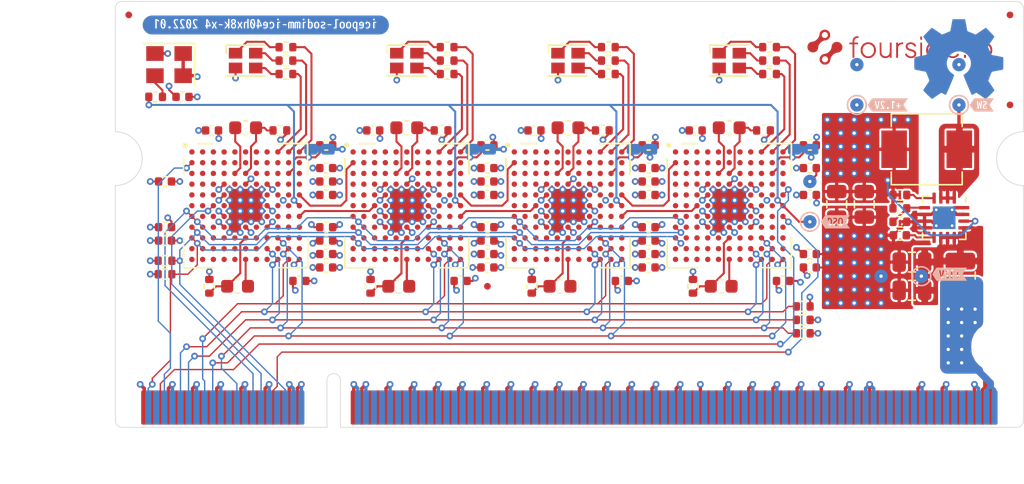
<source format=kicad_pcb>
(kicad_pcb (version 20211014) (generator pcbnew)
  (title_block (title "icepool-daughterboard-ice40hx8k") (date "2021-06-07") (rev "2021-02") (company "fourside.io"))
  (layers (0 "F.Cu" signal) (1 "In1.Cu" power) (2 "In2.Cu" power) (3 "In3.Cu" signal) (4 "In4.Cu" signal) (31 "B.Cu" signal) (34 "B.Paste" user) (35 "F.Paste" user) (36 "B.SilkS" user "B.Silkscreen") (37 "F.SilkS" user "F.Silkscreen") (38 "B.Mask" user) (39 "F.Mask" user) (44 "Edge.Cuts" user))
  (net 0 "")
  (net 1 "GND")
  (net 2 "+3V3")
  (net 3 "+1V2")
  (net 4 "Net-(D1-Pad1)")
  (net 5 "Net-(D1-Pad2)")
  (net 6 "Net-(D1-Pad3)")
  (net 86 "/CRESET_B")
  (net 87 "/~{RESET}")
  (net 88 "/CDONE")
  (net 89 "/~{CS0}")
  (net 90 "/SDI0")
  (net 91 "/SCK0")
  (net 92 "/~{CS1}")
  (net 93 "/SDI1")
  (net 94 "/SCK1")
  (net 95 "/~{READY_OUT}")
  (net 96 "/~{READY_IN}")
  (net 97 "/SDO1")
  (net 98 "+12V")
  (net 100 "Net-(C3-Pad1)")
  (net 105 "12V_IN")
  (net 106 "Net-(R1-Pad2)")
  (net 109 "Net-(R4-Pad2)")
  (net 113 "/SW_1v2")
  (net 143 "/OSC_CORE")
  (net 144 "Net-(D2-Pad1)")
  (net 145 "Net-(D2-Pad2)")
  (net 146 "Net-(D2-Pad3)")
  (net 147 "Net-(D3-Pad1)")
  (net 148 "Net-(D3-Pad2)")
  (net 149 "Net-(D3-Pad3)")
  (net 150 "Net-(D4-Pad1)")
  (net 151 "Net-(D4-Pad2)")
  (net 152 "Net-(D4-Pad3)")
  (net 153 "Net-(R2-Pad2)")
  (net 215 "/ice40-hx8k 2/CDONE")
  (net 243 "/ice40-hx8k 1/SDO1")
  (net 452 "/ice40hx8k 0/VPP_2V5")
  (net 453 "/ice40hx8k 0/VCCPLL0")
  (net 454 "/ice40hx8k 0/GNDPLL0")
  (net 455 "/ice40hx8k 0/VCCPLL1")
  (net 456 "/ice40hx8k 0/GNDPLL1")
  (net 457 "/ice40-hx8k 1/VPP_2V5")
  (net 458 "/ice40-hx8k 1/VCCPLL0")
  (net 459 "/ice40-hx8k 1/GNDPLL0")
  (net 460 "/ice40-hx8k 1/VCCPLL1")
  (net 461 "/ice40-hx8k 1/GNDPLL1")
  (net 462 "/ice40-hx8k 2/VPP_2V5")
  (net 463 "/ice40-hx8k 2/VCCPLL0")
  (net 464 "/ice40-hx8k 2/GNDPLL0")
  (net 465 "/ice40-hx8k 2/VCCPLL1")
  (net 466 "/ice40-hx8k 2/GNDPLL1")
  (net 467 "/ice40-hx8k 3/VPP_2V5")
  (net 468 "/ice40-hx8k 3/VCCPLL0")
  (net 469 "/ice40-hx8k 3/GNDPLL0")
  (net 470 "/ice40-hx8k 3/VCCPLL1")
  (net 471 "/ice40-hx8k 3/GNDPLL1")
  (net 472 "/ice40hx8k 0/~{ACT_R}")
  (net 473 "/ice40hx8k 0/~{ACT_G}")
  (net 474 "/ice40hx8k 0/~{ACT_B}")
  (net 475 "/ice40-hx8k 1/~{ACT_R}")
  (net 476 "/ice40-hx8k 1/~{ACT_G}")
  (net 477 "/ice40-hx8k 1/~{ACT_B}")
  (net 478 "/ice40-hx8k 2/~{ACT_R}")
  (net 479 "/ice40-hx8k 2/~{ACT_G}")
  (net 480 "/ice40-hx8k 2/~{ACT_B}")
  (net 481 "/ice40-hx8k 3/~{ACT_R}")
  (net 482 "/ice40-hx8k 3/~{ACT_G}")
  (net 483 "/ice40-hx8k 3/~{ACT_B}")
  (net 484 "/ice40-hx8k 1/~{READY_IN}")
  (net 485 "/ice40-hx8k 1/SDI1")
  (net 486 "/ice40hx8k 0/SDO0")
  (net 487 "/ice40-hx8k 1/~{READY_OUT}")
  (net 488 "/ice40-hx8k 1/SDO0")
  (net 489 "/ice40-hx8k 2/SDO1")
  (net 490 "/ice40-hx8k 2/SDO0")
  (net 491 "/ice40-hx8k 3/SDO0")
  (net 492 "/ice40-hx8k 2/~{READY_IN}")
  (footprint "Capacitor_SMD:C_0402_1005Metric" (layer "F.Cu") (at 119 91.4)
    (fp_text reference "C54" hide)
    (fp_text value "22u" hide)
  )
  (footprint "Oscillator:Oscillator_SMD_Abracon_ASE-4Pin_3.2x2.5mm" (layer "F.Cu") (at 118 89 180)
    (fp_text reference "X1" hide)
    (fp_text value "ASEM1-12.000MHZ" hide)
  )
  (footprint "Resistor_SMD:R_0402_1005Metric" (layer "F.Cu") (at 117 91.4)
    (fp_text reference "R4" hide)
    (fp_text value "22R" hide)
  )
  (footprint "Capacitor_SMD:C_0603_1608Metric" (layer "F.Cu") (at 123.7 93.7 180)
    (fp_text reference "C16" hide)
    (fp_text value "10u" hide)
  )
  (footprint "Capacitor_SMD:C_0603_1608Metric" (layer "F.Cu") (at 123.1 105.5)
    (fp_text reference "C13" hide)
    (fp_text value "10u" hide)
  )
  (footprint "Capacitor_SMD:C_0402_1005Metric" (layer "F.Cu") (at 127.7 105.1 180)
    (fp_text reference "C5" hide)
    (fp_text value "0.1u" hide)
  )
  (footprint "Capacitor_SMD:C_0402_1005Metric" (layer "F.Cu") (at 129.7 104.1 180)
    (fp_text reference "C15" hide)
    (fp_text value "0.1u" hide)
  )
  (footprint "Capacitor_SMD:C_0402_1005Metric" (layer "F.Cu") (at 129.7 98.7 180)
    (fp_text reference "C10" hide)
    (fp_text value "0.1u" hide)
  )
  (footprint "Resistor_SMD:R_0402_1005Metric" (layer "F.Cu") (at 126.25 93.9)
    (fp_text reference "R6" hide)
    (fp_text value "100R" hide)
  )
  (footprint "Capacitor_SMD:C_0402_1005Metric" (layer "F.Cu") (at 117.7 97.7)
    (fp_text reference "C6" hide)
    (fp_text value "0.1u" hide)
  )
  (footprint "Capacitor_SMD:C_0402_1005Metric" (layer "F.Cu") (at 129.7 103.1 180)
    (fp_text reference "C14" hide)
    (fp_text value "0.1u" hide)
  )
  (footprint "Resistor_SMD:R_0402_1005Metric" (layer "F.Cu") (at 121 105.5 90)
    (fp_text reference "R5" hide)
    (fp_text value "100R" hide)
  )
  (footprint "Capacitor_SMD:C_0402_1005Metric" (layer "F.Cu") (at 121.2 93.9)
    (fp_text reference "C7" hide)
    (fp_text value "0.1u" hide)
  )
  (footprint "Capacitor_SMD:C_0402_1005Metric" (layer "F.Cu") (at 129.7 96.7 180)
    (fp_text reference "C11" hide)
    (fp_text value "0.1u" hide)
  )
  (footprint "jkiv-library:BGA-121_11x11_9.0x9.0mm" (layer "F.Cu") (at 123.7 99.5)
    (fp_text reference "U0" hide)
    (fp_text value "iCE40HX8K-BG121(121-Ball_caBGA)" hide)
  )
  (footprint "Capacitor_SMD:C_0402_1005Metric" (layer "F.Cu") (at 117.7 102.1)
    (fp_text reference "C9" hide)
    (fp_text value "0.1u" hide)
  )
  (footprint "Capacitor_SMD:C_0402_1005Metric" (layer "F.Cu") (at 117.7 101.1)
    (fp_text reference "C12" hide)
    (fp_text value "0.1u" hide)
  )
  (footprint "Capacitor_SMD:C_0402_1005Metric" (layer "F.Cu") (at 129.7 95 180)
    (fp_text reference "C8" hide)
    (fp_text value "0.1u" hide)
  )
  (footprint "Capacitor_SMD:C_0402_1005Metric" (layer "F.Cu") (at 165.7 95 180)
    (fp_text reference "C44" hide)
    (fp_text value "0.1u" hide)
  )
  (footprint "Resistor_SMD:R_0402_1005Metric" (layer "F.Cu") (at 138.7 88.7 180)
    (fp_text reference "R21" hide)
    (fp_text value "1k" hide)
  )
  (footprint "Capacitor_SMD:C_0402_1005Metric" (layer "F.Cu") (at 129.7 101.1)
    (fp_text reference "C24" hide)
    (fp_text value "0.1u" hide)
  )
  (footprint "Fiducial:Fiducial_0.5mm_Mask1mm" (layer "F.Cu") (at 180.6 92)
    (fp_text reference "FID4" hide)
    (fp_text value "Fiducial" hide)
  )
  (footprint "Capacitor_SMD:C_0402_1005Metric" (layer "F.Cu") (at 157.2 93.9)
    (fp_text reference "C43" hide)
    (fp_text value "0.1u" hide)
  )
  (footprint "Capacitor_SMD:C_0402_1005Metric" (layer "F.Cu") (at 153.7 103.1 180)
    (fp_text reference "C38" hide)
    (fp_text value "0.1u" hide)
  )
  (footprint "Capacitor_SMD:C_0402_1005Metric" (layer "F.Cu") (at 141.7 95 180)
    (fp_text reference "C20" hide)
    (fp_text value "0.1u" hide)
  )
  (footprint "Capacitor_SMD:C_0603_1608Metric" (layer "F.Cu") (at 159.7 93.7 180)
    (fp_text reference "C52" hide)
    (fp_text value "10u" hide)
  )
  (footprint "Inductor_SMD:L_1008_2520Metric" (layer "F.Cu") (at 176.9 104.7 90)
    (fp_text reference "L1" hide)
    (fp_text value "FB" hide)
  )
  (footprint "LED_SMD:LED_Cree-PLCC4_2x2mm_CW" (layer "F.Cu") (at 135.7 88.7)
    (fp_text reference "D2" hide)
    (fp_text value "ACT_LED" hide)
  )
  (footprint "jkiv-library:SODIMM-200-DDR2-PCB" (layer "F.Cu") (at 114 116)
    (fp_text reference "J1" hide)
    (fp_text value "SODIMM-200_Split" hide)
  )
  (footprint "Inductor_SMD:L_Vishay_IHLP-2020" (layer "F.Cu") (at 174.4 95.3 180)
    (fp_text reference "L2" hide)
    (fp_text value "2.2u" hide)
  )
  (footprint "Capacitor_SMD:C_0402_1005Metric" (layer "F.Cu") (at 153.7 104.1 180)
    (fp_text reference "C39" hide)
    (fp_text value "0.1u" hide)
  )
  (footprint "Resistor_SMD:R_0402_1005Metric" (layer "F.Cu") (at 138.7 87.7 180)
    (fp_text reference "R19" hide)
    (fp_text value "1k" hide)
  )
  (footprint "Capacitor_SMD:C_0805_2012Metric" (layer "F.Cu") (at 173.3 103.7)
    (fp_text reference "C2" hide)
    (fp_text value "22u" hide)
  )
  (footprint "Capacitor_SMD:C_0603_1608Metric" (layer "F.Cu") (at 147.1 105.5)
    (fp_text reference "C37" hide)
    (fp_text value "10u" hide)
  )
  (footprint "jkiv-library:BGA-121_11x11_9.0x9.0mm" (layer "F.Cu") (at 147.7 99.5)
    (fp_text reference "U2" hide)
    (fp_text value "iCE40HX8K-BG121(121-Ball_caBGA)" hide)
  )
  (footprint "Capacitor_SMD:C_0402_1005Metric" (layer "F.Cu") (at 141.7 97.7)
    (fp_text reference "C30" hide)
    (fp_text value "0.1u" hide)
  )
  (footprint "Resistor_SMD:R_0402_1005Metric" (layer "F.Cu") (at 150.25 93.9)
    (fp_text reference "R26" hide)
    (fp_text value "100R" hide)
  )
  (footprint "Capacitor_SMD:C_0805_2012Metric" (layer "F.Cu") (at 167.7 99.4 -90)
    (fp_text reference "C53" hide)
    (fp_text value "DNP" hide)
  )
  (footprint "Capacitor_SMD:C_0805_2012Metric" (layer "F.Cu") (at 169.75 99.4 -90)
    (fp_text reference "C4" hide)
    (fp_text value "22u" hide)
  )
  (footprint "Capacitor_SMD:C_0603_1608Metric" (layer "F.Cu") (at 147.7 93.7 180)
    (fp_text reference "C40" hide)
    (fp_text value "10u" hide)
  )
  (footprint "Capacitor_SMD:C_0402_1005Metric" (layer "F.Cu") (at 139.7 105.1 180)
    (fp_text reference "C17" hide)
    (fp_text value "0.1u" hide)
  )
  (footprint "Capacitor_SMD:C_0402_1005Metric" (layer "F.Cu") (at 153.7 96.7 180)
    (fp_text reference "C35" hide)
    (fp_text value "0.1u" hide)
  )
  (footprint "Capacitor_SMD:C_0402_1005Metric" (layer "F.Cu") (at 141.7 96.7 180)
    (fp_text reference "C23" hide)
    (fp_text value "0.1u" hide)
  )
  (footprint "Fiducial:Fiducial_0.5mm_Mask1mm" (layer "F.Cu") (at 115 85.3)
    (fp_text reference "FID1" hide)
    (fp_text value "Fiducial" hide)
  )
  (footprint "Capacitor_SMD:C_0402_1005Metric" (layer "F.Cu") (at 153.7 102.1)
    (fp_text reference "C45" hide)
    (fp_text value "0.1u" hide)
  )
  (footprint "Resistor_SMD:R_0402_1005Metric" (layer "F.Cu") (at 162.7 89.7 180)
    (fp_text reference "R43" hide)
    (fp_text value "1k" hide)
  )
  (footprint "Capacitor_SMD:C_0402_1005Metric" (layer "F.Cu") (at 145.2 93.9)
    (fp_text reference "C31" hide)
    (fp_text value "0.1u" hide)
  )
  (footprint "Capacitor_SMD:C_0402_1005Metric" (layer "F.Cu") (at 172.4 101.7 180)
    (fp_text reference "C3" hide)
    (fp_text value "3.3n" hide)
  )
  (footprint "Capacitor_SMD:C_0402_1005Metric" (layer "F.Cu") (at 153.7 95 180)
    (fp_text reference "C32" hide)
    (fp_text value "0.1u" hide)
  )
  (footprint "Capacitor_SMD:C_0402_1005Metric" (layer "F.Cu") (at 141.7 103.1 180)
    (fp_text reference "C26" hide)
    (fp_text value "0.1u" hide)
  )
  (footprint "Resistor_SMD:R_0402_1005Metric" (layer "F.Cu") (at 150.7 88.7 180)
    (fp_text reference "R31" hide)
    (fp_text value "1k" hide)
  )
  (footprint "Resistor_SMD:R_0402_1005Metric" (layer "F.Cu") (at 126.7 88.7 180)
    (fp_text reference "R11" hide)
    (fp_text value "1k" hide)
  )
  (footprint "Resistor_SMD:R_0402_1005Metric" (layer "F.Cu") (at 162.7 88.7 180)
    (fp_text reference "R41" hide)
    (fp_text value "1k" hide)
  )
  (footprint "Resistor_SMD:R_0402_1005Metric" (layer "F.Cu") (at 162.25 93.9)
    (fp_text reference "R36" hide)
    (fp_text value "100R" hide)
  )
  (footprint "Capacitor_SMD:C_0402_1005Metric" (layer "F.Cu") (at 141.7 98.7 180)
    (fp_text reference "C22" hide)
    (fp_text value "0.1u" hide)
  )
  (footprint "Capacitor_SMD:C_0402_1005Metric" (layer "F.Cu") (at 141.7 101.1)
    (fp_text reference "C36" hide)
    (fp_text value "0.1u" hide)
  )
  (footprint "Capacitor_SMD:C_0805_2012Metric" (layer "F.Cu") (at 173.3 105.8)
    (fp_text reference "C1" hide)
    (fp_text value "DNP" hide)
  )
  (footprint "Resistor_SMD:R_0402_1005Metric" (layer "F.Cu") (at 133 105.5 90)
    (fp_text reference "R15" hide)
    (fp_text value "100R" hide)
  )
  (footprint "Capacitor_SMD:C_0402_1005Metric" (layer "F.Cu") (at 151.7 105.1 180)
    (fp_text reference "C29" hide)
    (fp_text value "0.1u" hide)
  )
  (footprint "Resistor_SMD:R_0402_1005Metric" (layer "F.Cu") (at 172.4 98.7)
    (fp_text reference "R1" hide)
    (fp_text value "100k" hide)
  )
  (footprint "Resistor_SMD:R_0402_1005Metric" (layer "F.Cu") (at 138.7 89.7 180)
    (fp_text reference "R23" hide)
    (fp_text value "1k" hide)
  )
  (footprint "Capacitor_SMD:C_0603_1608Metric" (layer "F.Cu") (at 135.7 93.7 180)
    (fp_text reference "C28" hide)
    (fp_text value "10u" hide)
  )
  (footprint "LED_SMD:LED_Cree-PLCC4_2x2mm_CW" (layer "F.Cu") (at 159.7 88.7)
    (fp_text reference "D4" hide)
    (fp_text value "ACT_LED" hide)
  )
  (footprint "Fiducial:Fiducial_0.5mm_Mask1mm" (layer "F.Cu") (at 141.7 105.5)
    (fp_text reference "FID3" hide)
    (fp_text value "Fiducial" hide)
  )
  (footprint "Capacitor_SMD:C_0402_1005Metric" (layer "F.Cu") (at 165.7 98.7 180)
    (fp_text reference "C46" hide)
    (fp_text value "0.1u" hide)
  )
  (footprint "jkiv-library:BGA-121_11x11_9.0x9.0mm" (layer "F.Cu") (at 135.7 99.5)
    (fp_text reference "U1" hide)
    (fp_text value "iCE40HX8K-BG121(121-Ball_caBGA)" hide)
  )
  (footprint "Capacitor_SMD:C_0402_1005Metric" (layer "F.Cu") (at 133.2 93.9)
    (fp_text reference "C19" hide)
    (fp_text value "0.1u" hide)
  )
  (footprint "Capacitor_SMD:C_0402_1005Metric" (layer "F.Cu") (at 165.7 96.7 180)
    (fp_text reference "C47" hide)
    (fp_text value "0.1u" hide)
  )
  (footprint "Resistor_SMD:R_0402_1005Metric" (layer "F.Cu") (at 172.4 100.7)
    (fp_text reference "R3" hide)
    (fp_text value "150k" hide)
  )
  (footprint "Capacitor_SMD:C_0603_1608Metric" (layer "F.Cu") (at 159.1 105.5)
    (fp_text reference "C49" hide)
    (fp_text value "10u" hide)
  )
  (footprint "LED_SMD:LED_Cree-PLCC4_2x2mm_CW" (layer "F.Cu") (at 147.7 88.7)
    (fp_text reference "D3" hide)
    (fp_text value "ACT_LED" hide)
  )
  (footprint "Resistor_SMD:R_0402_1005Metric" (layer "F.Cu") (at 117.7 103.6)
    (fp_text reference "R12" hide)
    (fp_text value "10k" hide)
  )
  (footprint "LED_SMD:LED_Cree-PLCC4_2x2mm_CW" (layer "F.Cu") (at 123.7 88.7)
    (fp_text reference "D1" hide)
    (fp_text value "ACT_LED" hide)
  )
  (footprint "Capacitor_SMD:C_0402_1005Metric" (layer "F.Cu") (at 165.7 103.1 180)
    (fp_text reference "C50" hide)
    (fp_text value "0.1u" hide)
  )
  (footprint "Resistor_SMD:R_0402_1005Metric" (layer "F.Cu") (at 138.25 93.9)
    (fp_text reference "R16" hide)
    (fp_text value "100R" hide)
  )
  (footprint "Fiducial:Fiducial_0.5mm_Mask1mm" (layer "F.Cu") (at 180.6 85.3)
    (fp_text reference "FID2" hide)
    (fp_text value "Fiducial" hide)
  )
  (footprint "Resistor_SMD:R_0402_1005Metric" (layer "F.Cu") (at 126.7 87.7 180)
    (fp_text reference "R9" hide)
    (fp_text value "1k" hide)
  )
  (footprint "Resistor_SMD:R_0402_1005Metric" (layer "F.Cu") (at 150.7 87.7 180)
    (fp_text reference "R29" hide)
    (fp_text value "1k" hide)
  )
  (footprint "Capacitor_SMD:C_0402_1005Metric" (layer "F.Cu") (at 153.7 97.7)
    (fp_text reference "C42" hide)
    (fp_text value "0.1u" hide)
  )
  (footprint "LOGO" (layer "F.Cu") (at 172.4 87.7)
    (fp_text reference "G***" hide)
    (fp_text value "LOGO" hide)
  )
  (footprint "Resistor_SMD:R_0402_1005Metric" (layer "F.Cu") (at 162.7 87.7 180)
    (fp_text reference "R39" hide)
    (fp_text value "1k" hide)
  )
  (footprint "Resistor_SMD:R_0402_1005Metric" (layer "F.Cu") (at 117.7 104.6)
    (fp_text reference "R8" hide)
    (fp_text value "10k" hide)
  )
  (footprint "Capacitor_SMD:C_0402_1005Metric" (layer "F.Cu") (at 153.7 98.7 180)
    (fp_text reference "C34" hide)
    (fp_text value "0.1u" hide)
  )
  (footprint "Capacitor_SMD:C_0402_1005Metric" (layer "F.Cu") (at 129.7 97.7)
    (fp_text reference "C18" hide)
    (fp_text value "0.1u" hide)
  )
  (footprint "Resistor_SMD:R_0402_1005Metric" (layer "F.Cu") (at 150.7 89.7 180)
    (fp_text reference "R33" hide)
    (fp_text value "1k" hide)
  )
  (footprint "Capacitor_SMD:C_0402_1005Metric" (layer "F.Cu") (at 141.7 104.1 180)
    (fp_text reference "C27" hide)
    (fp_text value "0.1u" hide)
  )
  (footprint "jkiv-library:BGA-121_11x11_9.0x9.0mm" (layer "F.Cu") (at 159.7 99.5)
    (fp_text reference "U3" hide)
    (fp_text value "iCE40HX8K-BG121(121-Ball_caBGA)" hide)
  )
  (footprint "Capacitor_SMD:C_0402_1005Metric" (layer "F.Cu") (at 153.7 101.1)
    (fp_text reference "C48" hide)
    (fp_text value "0.1u" hide)
  )
  (footprint "Resistor_SMD:R_0402_1005Metric" (layer "F.Cu") (at 126.7 89.7 180)
    (fp_text reference "R13" hide)
    (fp_text value "1k" hide)
  )
  (footprint "Capacitor_SMD:C_0402_1005Metric" (layer "F.Cu") (at 129.7 102.1)
    (fp_text reference "C21" hide)
    (fp_text value "0.1u" hide)
  )
  (footprint "Capacitor_SMD:C_0402_1005Metric" (layer "F.Cu") (at 141.7 102.1)
    (fp_text reference "C33" hide)
    (fp_text value "0.1u" hide)
  )
  (footprint "Resistor_SMD:R_0402_1005Metric" (layer "F.Cu") (at 165.21 107 180)
    (fp_text reference "R7" hide)
    (fp_text value "10k" hide)
  )
  (footprint "Capacitor_SMD:C_0402_1005Metric" (layer "F.Cu") (at 163.7 105.1 180)
    (fp_text reference "C41" hide)
    (fp_text value "0.1u" hide)
  )
  (footprint "Resistor_SMD:R_0402_1005Metric" (layer "F.Cu") (at 165.21 109 180)
    (fp_text reference "R14" hide)
    (fp_text value "10k" hide)
  )
  (footprint "Resistor_SMD:R_0402_1005Metric" (layer "F.Cu") (at 172.4 99.7)
    (fp_text reference "R2" hide)
    (fp_text value "75k" hide)
  )
  (footprint "Capacitor_SMD:C_0603_1608Metric" (layer "F.Cu") (at 135.1 105.5)
    (fp_text reference "C25" hide)
    (fp_text value "10u" hide)
  )
  (footprint "Resistor_SMD:R_0402_1005Metric" (layer "F.Cu") (at 165.21 108 180)
    (fp_text reference "R10" hide)
    (fp_text value "10k" hide)
  )
  (footprint "Package_DFN_QFN:VQFN-16-1EP_3x3mm_P0.5mm_EP1.68x1.68mm_ThermalVias" (layer "F.Cu") (at 175.7 100.4 -90)
    (fp_text reference "U4" hide)
    (fp_text value "TPS62140" hide)
  )
  (footprint "Resistor_SMD:R_0402_1005Metric" (layer "F.Cu") (at 157 105.5 90)
    (fp_text reference "R35" hide)
    (fp_text value "100R" hide)
  )
  (footprint "Resistor_SMD:R_0402_1005Metric" (layer "F.Cu") (at 145 105.5 90)
    (fp_text reference "R25" hide)
    (fp_text value "100R" hide)
  )
  (footprint "Capacitor_SMD:C_0402_1005Metric" (layer "F.Cu") (at 165.7 104.1 180)
    (fp_text reference "C51" hide)
    (fp_text value "0.1u" hide)
  )
  (footprint "jkiv-library:J_Small_NC" (layer "B.Cu") (at 129.2 95.3 180)
    (fp_text reference "JP1" hide)
    (fp_text value "CUT_2V5" hide)
  )
  (footprint "kibuzzard-62B88C8F" (layer "B.Cu") (at 178.5 92 180)
    (fp_text reference "kibuzzard-62B88C8F" hide)
    (fp_text value "G***" hide)
  )
  (footprint "TestPoint:TestPoint_Pad_D1.0mm" (layer "B.Cu") (at 165.7 100.7 90)
    (fp_text reference "TP7" hide)
    (fp_text value "OSC_CORE" hide)
  )
  (footprint "TestPoint:TestPoint_Pad_D1.0mm" (layer "B.Cu") (at 165.7 97.7 90)
    (fp_text reference "TP8" hide)
    (fp_text value "GND" hide)
  )
  (footprint "jkiv-library:J_Small_NC" (layer "B.Cu") (at 141.2 95.3 180)
    (fp_text reference "JP2" hide)
    (fp_text value "CUT_2V5" hide)
  )
  (footprint "kibuzzard-62C46161" (layer "B.Cu") (at 125.2 86.05 180)
    (fp_text reference "kibuzzard-62C46161" hide)
    (fp_text value "G***" hide)
  )
  (footprint "kibuzzard-62B88D7B" (layer "B.Cu") (at 176.1 104.6 180)
    (fp_text reference "kibuzzard-62B88D7B" hide)
    (fp_text value "G***" hide)
  )
  (footprint "TestPoint:TestPoint_Pad_D1.0mm" (layer "B.Cu") (at 171 104.75)
    (fp_text reference "TP4" hide)
    (fp_text value "GND" hide)
  )
  (footprint "kibuzzard-62B88CC0" (layer "B.Cu") (at 167.6 100.7 180)
    (fp_text reference "kibuzzard-62B88CC0" hide)
    (fp_text value "G***" hide)
  )
  (footprint "kibuzzard-62C46174" (layer "B.Cu") (at 125.2 86.05 180)
    (fp_text reference "kibuzzard-62C46174" hide)
    (fp_text value "G***" hide)
  )
  (footprint "Symbol:OSHW-Symbol_6.7x6mm_Copper" (layer "B.Cu") (at 176.8 88.6 180)
    (fp_text reference "OSHW1" hide)
    (fp_text value "Logo_Open_Hardware_Small" hide)
  )
  (footprint "TestPoint:TestPoint_Pad_D1.0mm" (layer "B.Cu") (at 176.8 92 -90)
    (fp_text reference "TP1" hide)
    (fp_text value "SW_1v2" hide)
  )
  (footprint "TestPoint:TestPoint_Pad_D1.0mm" (layer "B.Cu") (at 174 104.75)
    (fp_text reference "TP3" hide)
    (fp_text value "+12V" hide)
  )
  (footprint "jkiv-library:J_Small_NC" (layer "B.Cu") (at 165.2 95.3 180)
    (fp_text reference "JP4" hide)
    (fp_text value "CUT_2V5" hide)
  )
  (footprint "TestPoint:TestPoint_Pad_D1.0mm" (layer "B.Cu") (at 169.2 89 90)
    (fp_text reference "TP6" hide)
    (fp_text value "GND" hide)
  )
  (footprint "TestPoint:TestPoint_Pad_D1.0mm" (layer "B.Cu") (at 176.8 89 -90)
    (fp_text reference "TP2" hide)
    (fp_text value "GND" hide)
  )
  (footprint "TestPoint:TestPoint_Pad_D1.0mm" (layer "B.Cu") (at 169.2 92 90)
    (fp_text reference "TP5" hide)
    (fp_text value "+1v2" hide)
  )
  (footprint "kibuzzard-62B88D1E" (layer "B.Cu") (at 171.5 92 180)
    (fp_text reference "kibuzzard-62B88D1E" hide)
    (fp_text value "G***" hide)
  )
  (footprint "jkiv-library:J_Small_NC" (layer "B.Cu") (at 153.2 95.3 180)
    (fp_text reference "JP3" hide)
    (fp_text value "CUT_2V5" hide)
  )
  (gr_line (start 129.75 116) (end 114.5 116) (layer "Edge.Cuts") (width 0.05))
  (gr_arc (start 181.1 84.303553) (mid 181.45357 84.449997) (end 181.6 84.803553) (layer "Edge.Cuts") (width 0.05))
  (gr_line (start 129.75 112.5) (end 129.75 116) (layer "Edge.Cuts") (width 0.05))
  (gr_line (start 181.6 84.803553) (end 181.6 94) (layer "Edge.Cuts") (width 0.05))
  (gr_arc (start 181.6 98) (mid 179.6 96) (end 181.6 94) (layer "Edge.Cuts") (width 0.05))
  (gr_arc (start 114 84.8) (mid 114.146447 84.446447) (end 114.5 84.3) (layer "Edge.Cuts") (width 0.05))
  (gr_arc (start 114.5 116) (mid 114.146447 115.853553) (end 114 115.5) (layer "Edge.Cuts") (width 0.05))
  (gr_line (start 114 115.5) (end 114 98) (layer "Edge.Cuts") (width 0.05))
  (gr_line (start 114 94) (end 114 84.8) (layer "Edge.Cuts") (width 0.05))
  (gr_arc (start 181.6 115.5) (mid 181.453553 115.853553) (end 181.1 116) (layer "Edge.Cuts") (width 0.05))
  (gr_arc (start 129.75 112.5) (mid 130.25 112) (end 130.75 112.5) (layer "Edge.Cuts") (width 0.05))
  (gr_line (start 181.1 116) (end 130.75 116) (layer "Edge.Cuts") (width 0.05))
  (gr_arc (start 114 94) (mid 116 96) (end 114 98) (layer "Edge.Cuts") (width 0.05))
  (gr_line (start 130.75 116) (end 130.75 112.5) (layer "Edge.Cuts") (width 0.05))
  (gr_line (start 181.6 98) (end 181.6 115.5) (layer "Edge.Cuts") (width 0.05))
  (gr_line (start 114.5 84.3) (end 181.1 84.303553) (layer "Edge.Cuts") (width 0.05))
  (segment (start 159.35 114.525) (end 159.35 113.1) (width 0.254) (layer "F.Cu") (net 1))
  (segment (start 135.95 114.525) (end 135.95 113.1) (width 0.254) (layer "F.Cu") (net 1))
  (segment (start 152.15 113.1) (end 152.45 112.8) (width 0.254) (layer "F.Cu") (net 1))
  (segment (start 152.9 101.1) (end 152.7 100.9) (width 0.1524) (layer "F.Cu") (net 1))
  (segment (start 142.7 104.1) (end 142.18 104.1) (width 0.1524) (layer "F.Cu") (net 1))
  (segment (start 166.18 96.7) (end 166.18 97.22) (width 0.1524) (layer "F.Cu") (net 1))
  (segment (start 166.65 104.1) (end 167 103.75) (width 0.1524) (layer "F.Cu") (net 1))
  (segment (start 165 105.2) (end 164.9 105.1) (width 0.1524) (layer "F.Cu") (net 1))
  (segment (start 152.15 114.525) (end 152.15 113.1) (width 0.254) (layer "F.Cu") (net 1))
  (segment (start 166.65 103.1) (end 167 102.75) (width 0.1524) (layer "F.Cu") (net 1))
  (segment (start 129.22 101.1) (end 128.8 101.1) (width 0.1524) (layer "F.Cu") (net 1))
  (segment (start 130.2 94.4) (end 130.18 94.42) (width 0.1524) (layer "F.Cu") (net 1))
  (segment (start 130.7 96.7) (end 130.18 96.7) (width 0.1524) (layer "F.Cu") (net 1))
  (segment (start 140.7 100.9) (end 140.9 101.1) (width 0.1524) (layer "F.Cu") (net 1))
  (segment (start 128.8 101.1) (end 128.6 100.9) (width 0.1524) (layer "F.Cu") (net 1))
  (segment (start 144.2 93.9) (end 144.72 93.9) (width 0.1524) (layer "F.Cu") (net 1))
  (segment (start 123.35 114.525) (end 123.35 113.1) (width 0.254) (layer "F.Cu") (net 1))
  (segment (start 135.95 113.1) (end 136.25 112.8) (width 0.254) (layer "F.Cu") (net 1))
  (segment (start 150.35 113.1) (end 150.65 112.8) (width 0.254) (layer "F.Cu") (net 1))
  (segment (start 164.75 113.1) (end 165.05 112.8) (width 0.254) (layer "F.Cu") (net 1))
  (segment (start 153.22 97.7) (end 152.7 97.7) (width 0.1524) (layer "F.Cu") (net 1))
  (segment (start 121.55 114.525) (end 121.55 113.1) (width 0.254) (layer "F.Cu") (net 1))
  (segment (start 164.75 114.525) (end 164.75 113.1) (width 0.254) (layer "F.Cu") (net 1))
  (segment (start 123.35 113.1) (end 123.65 112.8) (width 0.254) (layer "F.Cu") (net 1))
  (segment (start 142.18 94.48) (end 142.18 95) (width 0.1524) (layer "F.Cu") (net 1))
  (segment (start 142.18 103.1) (end 142.6 103.1) (width 0.1524) (layer "F.Cu") (net 1))
  (segment (start 164.9 105.1) (end 164.18 105.1) (width 0.1524) (layer "F.Cu") (net 1))
  (segment (start 119.75 113.1) (end 120.05 112.8) (width 0.254) (layer "F.Cu") (net 1))
  (segment (start 119.75 114.525) (end 119.75 113.1) (width 0.254) (layer "F.Cu") (net 1))
  (segment (start 130.6 103.1) (end 130.7 103.2) (width 0.1524) (layer "F.Cu") (net 1))
  (segment (start 139.55 113.1) (end 139.85 112.8) (width 0.254) (layer "F.Cu") (net 1))
  (segment (start 116.6 97.7) (end 117.22 97.7) (width 0.1524) (layer "F.Cu") (net 1))
  (segment (start 118 90.6) (end 118 90.88) (width 0.1524) (layer "F.Cu") (net 1))
  (segment (start 140.9 102.1) (end 141.22 102.1) (width 0.1524) (layer "F.Cu") (net 1))
  (segment (start 130.18 103.1) (end 130.6 103.1) (width 0.1524) (layer "F.Cu") (net 1))
  (segment (start 173.75 113.1) (end 174.05 112.8) (width 0.254) (layer "F.Cu") (net 1))
  (segment (start 148.55 114.525) (end 148.55 113.1) (width 0.254) (layer "F.Cu") (net 1))
  (segment (start 141.35 113.1) (end 141.65 112.8) (width 0.254) (layer "F.Cu") (net 1))
  (segment (start 140.18 105.1) (end 140.6 105.1) (width 0.1524) (layer "F.Cu") (net 1))
  (segment (start 120.2 93.9) (end 120.72 93.9) (width 0.1524) (layer "F.Cu") (net 1))
  (segment (start 130.18 94.42) (end 130.18 95) (width 0.1524) (layer "F.Cu") (net 1))
  (segment (start 154.7 96.7) (end 154.18 96.7) (width 0.1524) (layer "F.Cu") (net 1))
  (segment (start 126.95 112.8) (end 126.95 114.525) (width 0.254) (layer "F.Cu") (net 1))
  (segment (start 142.18 98.7) (end 142.7 98.7) (width 0.1524) (layer "F.Cu") (net 1))
  (segment (start 166.18 104.1) (end 166.65 104.1) (width 0.1524) (layer "F.Cu") (net 1))
  (segment (start 128.18 105.1) (end 128.8 105.1) (width 0.1524) (layer "F.Cu") (net 1))
  (segment (start 170.15 112.8) (end 170.15 114.525) (width 0.254) (layer "F.Cu") (net 1))
  (segment (start 162.95 114.525) (end 162.95 113.1) (width 0.254) (layer "F.Cu") (net 1))
  (segment (start 168.35 114.525) (end 168.35 113.1) (width 0.254) (layer "F.Cu") (net 1))
  (segment (start 166.18 98.7) (end 166.18 99.28) (width 0.1524) (layer "F.Cu") (net 1))
  (segment (start 177.95 114.525) (end 177.95 112.8) (width 0.254) (layer "F.Cu") (net 1))
  (segment (start 134.15 113.1) (end 134.45 112.8) (width 0.254) (layer "F.Cu") (net 1))
  (segment (start 143.15 113.1) (end 143.45 112.8) (width 0.254) (layer "F.Cu") (net 1))
  (segment (start 152.18 105.1) (end 152.8 105.1) (width 0.1524) (layer "F.Cu") (net 1))
  (segment (start 146.75 114.525) (end 146.75 113.1) (width 0.254) (layer "F.Cu") (net 1))
  (segment (start 153.22 101.1) (end 152.9 101.1) (width 0.1524) (layer "F.Cu") (net 1))
  (segment (start 152.7 102.3) (end 152.9 102.1) (width 0.1524) (layer "F.Cu") (net 1))
  (segment (start 143.15 114.525) (end 143.15 113.1) (width 0.254) (layer "F.Cu") (net 1))
  (segment (start 166.18 103.1) (end 166.65 103.1) (width 0.1524) (layer "F.Cu") (net 1))
  (segment (start 130.7 104.1) (end 130.18 104.1) (width 0.1524) (layer "F.Cu") (net 1))
  (segment (start 153.95 113.1) (end 154.25 112.8) (width 0.254) (layer "F.Cu") (net 1))
  (segment (start 161.15 114.525) (end 161.15 113.1) (width 0.254) (layer "F.Cu") (net 1))
  (segment (start 141.22 97.7) (end 140.7 97.7) (width 0.1524) (layer "F.Cu") (net 1))
  (segment (start 166.18 97.22) (end 165.7 97.7) (width 0.1524) (layer "F.Cu") (net 1))
  (segment (start 118 90.88) (end 118.52 91.4) (width 0.1524) (layer "F.Cu") (net 1))
  (segment (start 154.2 94.4) (end 154.18 94.42) (width 0.1524) (layer "F.Cu") (net 1))
  (segment (start 154.7 103.1) (end 154.18 103.1) (width 0.1524) (layer "F.Cu") (net 1))
  (segment (start 171.92 101.7) (end 171.92 101.69) (width 0.1524) (layer "F.Cu") (net 1))
  (segment (start 129.22 97.7) (end 128.7 97.7) (width 0.1524) (layer "F.Cu") (net 1))
  (segment (start 125.15 114.525) (end 125.15 113.1) (width 0.254) (layer "F.Cu") (net 1))
  (segment (start 168.35 113.1) (end 168.65 112.8) (width 0.254) (layer "F.Cu") (net 1))
  (segment (start 150.35 114.525) (end 150.35 113.1) (width 0.254) (layer "F.Cu") (net 1))
  (segment (start 117.22 101.1) (end 116.6 101.1) (width 0.1524) (layer "F.Cu") (net 1))
  (segment (start 117.22 102.1) (end 116.6 102.1) (width 0.1524) (layer "F.Cu") (net 1))
  (segment (start 116.95 88.175) (end 117.9 88.175) (width 0.2286) (layer "F.Cu") (net 1))
  (segment (start 166.18 94.42) (end 166.18 95) (width 0.1524) (layer "F.Cu") (net 1))
  (segment (start 132.2 93.9) (end 132.72 93.9) (width 0.1524) (layer "F.Cu") (net 1))
  (segment (start 137.75 113.1) (end 138.05 112.8) (width 0.254) (layer "F.Cu") (net 1))
  (segment (start 140.9 101.1) (end 141.22 101.1) (width 0.1524) (layer "F.Cu") (net 1))
  (segment (start 156.2 93.9) (end 156.72 93.9) (width 0.1524) (layer "F.Cu") (net 1))
  (segment (start 177.1625 100.15) (end 176.63 100.15) (width 0.254) (layer "F.Cu") (net 1))
  (segment (start 162.95 113.1) (end 163.25 112.8) (width 0.254) (layer "F.Cu") (net 1))
  (segment (start 176.63 100.15) (end 176.29 99.81) (width 0.254) (layer "F.Cu") (net 1))
  (segment (start 154.18 98.7) (end 154.7 98.7) (width 0.1524) (layer "F.Cu") (net 1))
  (segment (start 166.55 114.525) (end 166.55 112.8) (width 0.254) (layer "F.Cu") (net 1))
  (segment (start 153.95 114.525) (end 153.95 113.1) (width 0.254) (layer "F.Cu") (net 1))
  (segment (start 116.15 113.1) (end 115.85 112.8) (width 0.254) (layer "F.Cu") (net 1))
  (segment (start 144.95 114.525) (end 144.95 113.1) (width 0.254) (layer "F.Cu") (net 1))
  (segment (start 161.15 113.1) (end 161.45 112.8) (width 0.254) (layer "F.Cu") (net 1))
  (segment (start 130.18 98.7) (end 130.7 98.7) (width 0.1524) (layer "F.Cu") (net 1))
  (segment (start 155.75 114.525) (end 155.75 113.1) (width 0.254) (layer "F.Cu") (net 1))
  (segment (start 125.15 113.1) (end 125.45 112.8) (width 0.254) (layer "F.Cu") (net 1))
  (segment (start 139.55 114.525) (end 139.55 113.1) (width 0.254) (layer "F.Cu") (net 1))
  (segment (start 140.7 102.3) (end 140.9 102.1) (width 0.1524) (layer "F.Cu") (net 1))
  (segment (start 177.1625 99.65) (end 176.45 99.65) (width 0.254) (layer "F.Cu") (net 1))
  (segment (start 140.6 105.1) (end 140.8 104.9) (width 0.1524) (layer "F.Cu") (net 1))
  (segment (start 155.75 113.1) (end 156.05 112.8) (width 0.254) (layer "F.Cu") (net 1))
  (segment (start 146.75 113.1) (end 147.05 112.8) (width 0.254) (layer "F.Cu") (net 1))
  (segment (start 142.1 94.4) (end 142.18 94.48) (width 0.1524) (layer "F.Cu") (net 1))
  (segment (start 175.55 113.1) (end 175.85 112.8) (width 0.254) (layer "F.Cu") (net 1))
  (segment (start 132.35 114.525) (end 132.35 113.1) (width 0.254) (layer "F.Cu") (net 1))
  (segment (start 171.92 101.69) (end 172.91 100.7) (width 0.1524) (layer "F.Cu") (net 1))
  (segment (start 159.35 113.1) (end 159.65 112.8) (width 0.254) (layer "F.Cu") (net 1))
  (segment (start 117.95 113.1) (end 118.25 112.8) (width 0.254) (layer "F.Cu") (net 1))
  (segment (start 128.9 102.1) (end 129.22 102.1) (width 0.1524) (layer "F.Cu") (net 1))
  (segment (start 121.55 113.1) (end 121.85 112.8) (width 0.254) (layer "F.Cu") (net 1))
  (segment (start 117.95 114.525) (end 117.95 113.1) (width 0.254) (layer "F.Cu") (net 1))
  (segment (start 166.2 94.4) (end 166.18 94.42) (width 0.1524) (layer "F.Cu") (net 1))
  (segment (start 148.55 113.1) (end 148.85 112.8) (width 0.254) (layer "F.Cu") (net 1))
  (segment (start 165.72 109) (end 166.3 109) (width 0.1524) (layer "F.Cu") (net 1))
  (segment (start 142.7 96.7) (end 142.18 96.7) (width 0.1524) (layer "F.Cu") (net 1))
  (segment (start 157.55 114.525) (end 157.55 112.8) (width 0.254) (layer "F.Cu") (net 1))
  (segment (start 154.7 104.1) (end 154.18 104.1) (width 0.1524) (layer "F.Cu") (net 1))
  (segment (start 137.75 114.525) (end 137.75 113.1) (width 0.254) (layer "F.Cu") (net 1))
  (segment (start 175.55 114.525) (end 175.55 113.1) (width 0.254) (layer "F.Cu") (net 1))
  (segment (start 142.6 103.1) (end 142.7 103.2) (width 0.1524) (layer "F.Cu") (net 1))
  (segment (start 141.35 114.525) (end 141.35 113.1) (width 0.254) (layer "F.Cu") (net 1))
  (segment (start 176.45 99.65) (end 176.29 99.81) (width 0.254) (layer "F.Cu") (net 1))
  (segment (start 152.9 102.1) (end 153.22 102.1) (width 0.1524) (layer "F.Cu") (net 1))
  (segment (start 166.18 99.28) (end 166.2 99.3) (width 0.1524) (layer "F.Cu") (net 1))
  (segment (start 134.15 114.525) (end 134.15 113.1) (width 0.254) (layer "F.Cu") (net 1))
  (segment (start 154.18 94.42) (end 154.18 95) (width 0.1524) (layer "F.Cu") (net 1))
  (segment (start 173.75 114.525) (end 173.75 113.1) (width 0.254) (layer "F.Cu") (net 1))
  (segment (start 132.35 113.1) (end 132.65 112.8) (width 0.254) (layer "F.Cu") (net 1))
  (segment (start 116.15 114.525) (end 116.15 113.1) (width 0.254) (layer "F.Cu") (net 1))
  (segment (start 128.7 102.3) (end 128.9 102.1) (width 0.1524) (layer "F.Cu") (net 1))
  (segment (start 144.95 113.1) (end 145.25 112.8) (width 0.254) (layer "F.Cu") (net 1))
  (via (at 122.5 99.1) (size 0.5) (drill 0.25) (layers "F.Cu" "B.Cu") (net 1))
  (via (at 123.3 99.1) (size 0.5) (drill 0.25) (layers "F.Cu" "B.Cu") (net 1))
  (via (at 124.9 99.9) (size 0.5) (drill 0.25) (layers "F.Cu" "B.Cu") (net 1))
  (via (at 124.1 99.9) (size 0.5) (drill 0.25) (layers "F.Cu" "B.Cu") (net 1))
  (via (at 123.3 98.3) (size 0.5) (drill 0.25) (layers "F.Cu" "B.Cu") (net 1))
  (via (at 124.1 100.7) (size 0.5) (drill 0.25) (layers "F.Cu" "B.Cu") (net 1))
  (via (at 122.5 99.9) (size 0.5) (drill 0.25) (layers "F.Cu" "B.Cu") (net 1))
  (via (at 122.5 98.3) (size 0.5) (drill 0.25) (layers "F.Cu" "B.Cu") (net 1))
  (via (at 124.9 100.7) (size 0.5) (drill 0.25) (layers "F.Cu" "B.Cu") (net 1))
  (via (at 123.3 101.5) (size 0.5) (drill 0.25) (layers "F.Cu" "B.Cu") (net 1))
  (via (at 124.1 98.3) (size 0.5) (drill 0.25) (layers "F.Cu" "B.Cu") (net 1))
  (via (at 123.3 100.7) (size 0.5) (drill 0.25) (layers "F.Cu" "B.Cu") (net 1))
  (via (at 124.9 98.3) (size 0.5) (drill 0.25) (layers "F.Cu" "B.Cu") (net 1))
  (via (at 123.3 99.9) (size 0.5) (drill 0.25) (layers "F.Cu" "B.Cu") (net 1))
  (via (at 124.1 99.1) (size 0.5) (drill 0.25) (layers "F.Cu" "B.Cu") (net 1))
  (via (at 124.9 99.1) (size 0.5) (drill 0.25) (layers "F.Cu" "B.Cu") (net 1))
  (via (at 122.5 100.7) (size 0.5) (drill 0.25) (layers "F.Cu" "B.Cu") (net 1))
  (via (at 122.5 101.5) (size 0.5) (drill 0.25) (layers "F.Cu" "B.Cu") (net 1))
  (via (at 134.5 100.7) (size 0.5) (drill 0.25) (layers "F.Cu" "B.Cu") (net 1))
  (via (at 154.2 94.4) (size 0.5) (drill 0.25) (layers "F.Cu" "B.Cu") (net 1))
  (via (at 147.05 112.8) (size 0.5) (drill 0.25) (layers "F.Cu" "B.Cu") (net 1))
  (via (at 160.1 99.1) (size 0.5) (drill 0.25) (layers "F.Cu" "B.Cu") (net 1))
  (via (at 130.7 98.7) (size 0.5) (drill 0.25) (layers "F.Cu" "B.Cu") (net 1))
  (via (at 168 104.75) (size 0.5) (drill 0.25) (layers "F.Cu" "B.Cu") (net 1))
  (via (at 171 101.75) (size 0.5) (drill 0.25) (layers "F.Cu" "B.Cu") (net 1))
  (via (at 174.05 112.8) (size 0.5) (drill 0.25) (layers "F.Cu" "B.Cu") (net 1))
  (via (at 147.3 101.5) (size 0.5) (drill 0.25) (layers "F.Cu" "B.Cu") (net 1))
  (via (at 120.05 112.8) (size 0.5) (drill 0.25) (layers "F.Cu" "B.Cu") (net 1))
  (via (at 147.3 98.3) (size 0.5) (drill 0.25) (layers "F.Cu" "B.Cu") (net 1))
  (via (at 168.65 112.8) (size 0.5) (drill 0.25) (layers "F.Cu" "B.Cu") (net 1))
  (via (at 142.7 98.7) (size 0.5) (drill 0.25) (layers "F.Cu" "B.Cu") (net 1))
  (via (at 165.7 97.7) (size 0.5) (drill 0.25) (layers "F.Cu" "B.Cu") (net 1))
  (via (at 147.3 99.1) (size 0.5) (drill 0.25) (layers "F.Cu" "B.Cu") (net 1))
  (via (at 176.8 89) (size 0.5) (drill 0.25) (layers "F.Cu" "B.Cu") (net 1))
  (via (at 128.7 97.7) (size 0.5) (drill 0.25) (layers "F.Cu" "B.Cu") (net 1))
  (via (at 136.1 100.7) (size 0.5) (drill 0.25) (layers "F.Cu" "B.Cu") (net 1))
  (via (at 170 104.75) (size 0.5) (drill 0.25) (layers "F.Cu" "B.Cu") (net 1))
  (via (at 132.2 93.9) (size 0.5) (drill 0.25) (layers "F.Cu" "B.Cu") (net 1))
  (via (at 134.5 99.9) (size 0.5) (drill 0.25) (layers "F.Cu" "B.Cu") (net 1))
  (via (at 167 103.75) (size 0.5) (drill 0.25) (layers "F.Cu" "B.Cu") (net 1))
  (via (at 126.95 112.8) (size 0.5) (drill 0.25) (layers "F.Cu" "B.Cu") (net 1))
  (via (at 130.7 96.7) (size 0.5) (drill 0.25) (layers "F.Cu" "B.Cu") (net 1))
  (via (at 136.1 99.1) (size 0.5) (drill 0.25) (layers "F.Cu" "B.Cu") (net 1))
  (via (at 166.55 112.8) (size 0.5) (drill 0.25) (layers "F.Cu" "B.Cu") (net 1))
  (via (at 169 104.75) (size 0.5) (drill 0.25) (layers "F.Cu" "B.Cu") (net 1))
  (via (at 156.05 112.8) (size 0.5) (drill 0.25) (layers "F.Cu" "B.Cu") (net 1))
  (via (at 175.85 112.8) (size 0.5) (drill 0.25) (layers "F.Cu" "B.Cu") (net 1))
  (via (at 152.7 102.3) (size 0.5) (drill 0.25) (layers "F.Cu" "B.Cu") (net 1))
  (via (at 144.2 93.9) (size 0.5) (drill 0.25) (layers "F.Cu" "B.Cu") (net 1))
  (via (at 167 106.75) (size 0.5) (drill 0.25) (layers "F.Cu" "B.Cu") (net 1))
  (via (at 160.9 100.7) (size 0.5) (drill 0.25) (layers "F.Cu" "B.Cu") (net 1))
  (via (at 165.05 112.8) (size 0.5) (drill 0.25) (layers "F.Cu" "B.Cu") (net 1))
  (via (at 120.2 93.9) (size 0.5) (drill 0.25) (layers "F.Cu" "B.Cu") (net 1))
  (via (at 147.3 100.7) (size 0.5) (drill 0.25) (layers "F.Cu" "B.Cu") (net 1))
  (via (at 165 105.2) (size 0.5) (drill 0.25) (layers "F.Cu" "B.Cu") (net 1))
  (via (at 150.65 112.8) (size 0.5) (drill 0.25) (layers "F.Cu" "B.Cu") (net 1))
  (via (at 159.3 100.7) (size 0.5) (drill 0.25) (layers "F.Cu" "B.Cu") (net 1))
  (via (at 123.65 112.8) (size 0.5) (drill 0.25) (layers "F.Cu" "B.Cu") (net 1))
  (via (at 148.1 98.3) (size 0.5) (drill 0.25) (layers "F.Cu" "B.Cu") (net 1))
  (via (at 136.1 99.9) (size 0.5) (drill 0.25) (layers "F.Cu" "B.Cu") (net 1))
  (via (at 118.25 112.8) (size 0.5) (drill 0.25) (layers "F.Cu" "B.Cu") (net 1))
  (via (at 140.8 104.9) (size 0.5) (drill 0.25) (layers "F.Cu" "B.Cu") (net 1))
  (via (at 126.5 99.1) (size 0.5) (drill 0.25) (layers "F.Cu" "B.Cu") (net 1))
  (via (at 130.2 94.4) (size 0.5) (drill 0.25) (layers "F.Cu" "B.Cu") (net 1))
  (via (at 152.8 105.1) (size 0.5) (drill 0.25) (layers "F.Cu" "B.Cu") (net 1))
  (via (at 154.25 112.8) (size 0.5) (drill 0.25) (layers "F.Cu" "B.Cu") (net 1))
  (via (at 162.5 99.1) (size 0.5) (drill 0.25) (layers "F.Cu" "B.Cu") (net 1))
  (via (at 170 101.75) (size 0.5) (drill 0.25) (layers "F.Cu" "B.Cu") (net 1))
  (via (at 148.1 100.7) (size 0.5) (drill 0.25) (layers "F.Cu" "B.Cu") (net 1))
  (via (at 115.85 112.8) (size 0.5) (drill 0.25) (layers "F.Cu" "B.Cu") (net 1))
  (via (at 142.7 96.7) (size 0.5) (drill 0.25) (layers "F.Cu" "B.Cu") (net 1))
  (via (at 158.5 100.7) (size 0.5) (drill 0.25) (layers "F.Cu" "B.Cu") (net 1))
  (via (at 171 105.75) (size 0.5) (drill 0.25) (layers "F.Cu" "B.Cu") (net 1))
  (via (at 171 106.75) (size 0.5) (drill 0.25) (layers "F.Cu" "B.Cu") (net 1))
  (via (at 166.2 94.4) (size 0.5) (drill 0.25) (layers "F.Cu" "B.Cu") (net 1))
  (via (at 171 103.75) (size 0.5) (drill 0.25) (layers "F.Cu" "B.Cu") (net 1))
  (via (at 136.25 112.8) (size 0.5) (drill 0.25) (layers "F.Cu" "B.Cu") (net 1))
  (via (at 159.3 99.1) (size 0.5) (drill 0.25) (layers "F.Cu" "B.Cu") (net 1))
  (via (at 128.6 100.9) (size 0.5) (drill 0.25) (layers "F.Cu" "B.Cu") (net 1))
  (via (at 160.9 98.3) (size 0.5) (drill 0.25) (layers "F.Cu" "B.Cu") (net 1))
  (via (at 177.95 112.8) (size 0.5) (drill 0.25) (layers "F.Cu" "B.Cu") (net 1))
  (via (at 159.3 99.9) (size 0.5) (drill 0.25) (layers "F.Cu" "B.Cu") (net 1))
  (via (at 136.9 99.9) (size 0.5) (drill 0.25) (layers "F.Cu" "B.Cu") (net 1))
  (via (at 142.7 103.2) (size 0.5) (drill 0.25) (layers "F.Cu" "B.Cu") (net 1))
  (via (at 148.1 99.9) (size 0.5) (drill 0.25) (layers "F.Cu" "B.Cu") (net 1))
  (via (at 140.7 97.7) (size 0.5) (drill 0.25) (layers "F.Cu" "B.Cu") (net 1))
  (via (at 159.3 101.5) (size 0.5) (drill 0.25) (layers "F.Cu" "B.Cu") (net 1))
  (via (at 159.65 112.8) (size 0.5) (drill 0.25) (layers "F.Cu" "B.Cu") (net 1))
  (via (at 160.1 99.9) (size 0.5) (drill 0.25) (layers "F.Cu" "B.Cu") (net 1))
  (via (at 117.9 88.175) (size 0.5) (drill 0.25) (layers "F.Cu" "B.Cu") (net 1))
  (via (at 132.65 112.8) (size 0.5) (drill 0.25) (layers "F.Cu" "B.Cu") (net 1))
  (via (at 138.05 112.8) (size 0.5) (drill 0.25) (layers "F.Cu" "B.Cu") (net 1))
  (via (at 169 105.75) (size 0.5) (drill 0.25) (layers "F.Cu" "B.Cu") (net 1))
  (via (at 152.45 112.8) (size 0.5) (drill 0.25) (layers "F.Cu" "B.Cu") (net 1))
  (via (at 168 103.75) (size 0.5) (drill 0.25) (layers "F.Cu" "B.Cu") (net 1))
  (via (at 148.9 100.7) (size 0.5) (drill 0.25) (layers "F.Cu" "B.Cu") (net 1))
  (via (at 134.5 101.5) (size 0.5) (drill 0.25) (layers "F.Cu" "B.Cu") (net 1))
  (via (at 163.25 112.8) (size 0.5) (drill 0.25) (layers "F.Cu" "B.Cu") (net 1))
  (via (at 135.3 101.5) (size 0.5) (drill 0.25) (layers "F.Cu" "B.Cu") (net 1))
  (via (at 167 102.75) (size 0.5) (drill 0.25) (layers "F.Cu" "B.Cu") (net 1))
  (via (at 125.45 112.8) (size 0.5) (drill 0.25) (layers "F.Cu" "B.Cu") (net 1))
  (via (at 168 106.75) (size 0.5) (drill 0.25) (layers "F.Cu" "B.Cu") (net 1))
  (via (at 168 101.75) (size 0.5) (drill 0.25) (layers "F.Cu" "B.Cu") (net 1))
  (via (at 130.7 103.2) (size 0.5) (drill 0.25) (layers "F.Cu" "B.Cu") (net 1))
  (via (at 148.9 99.1) (size 0.5) (drill 0.25) (layers "F.Cu" "B.Cu") (net 1))
  (via (at 168 102.75) (size 0.5) (drill 0.25) (layers "F.Cu" "B.Cu") (net 1))
  (via (at 135.3 100.7) (size 0.5) (drill 0.25) (layers "F.Cu" "B.Cu") (net 1))
  (via (at 150.5 99.1) (size 0.5) (drill 0.25) (layers "F.Cu" "B.Cu") (net 1))
  (via (at 148.1 99.1) (size 0.5) (drill 0.25) (layers "F.Cu" "B.Cu") (net 1))
  (via (at 134.5 99.1) (size 0.5) (drill 0.25) (layers "F.Cu" "B.Cu") (net 1))
  (via (at 136.1 98.3) (size 0.5) (drill 0.25) (layers "F.Cu" "B.Cu") (net 1))
  (via (at 140.7 100.9) (size 0.5) (drill 0.25) (layers "F.Cu" "B.Cu") (net 1))
  (via (at 167 105.75) (size 0.5) (drill 0.25) (layers "F.Cu" "B.Cu") (net 1))
  (via (at 154.7 98.7) (size 0.5) (drill 0.25) (layers "F.Cu" "B.Cu") (net 1))
  (via (at 168 105.75) (size 0.5) (drill 0.25) (layers "F.Cu" "B.Cu") (net 1))
  (via (at 121.85 112.8) (size 0.5) (drill 0.25) (layers "F.Cu" "B.Cu") (net 1))
  (via (at 160.1 100.7) (size 0.5) (drill 0.25) (layers "F.Cu" "B.Cu") (net 1))
  (via (at 152.7 100.9) (size 0.5) (drill 0.25) (layers "F.Cu" "B.Cu") (net 1))
  (via (at 148.9 98.3) (size 0.5) (drill 0.25) (layers "F.Cu" "B.Cu") (net 1))
  (via (at 135.3 98.3) (size 0.5) (drill 0.25) (layers "F.Cu" "B.Cu") (net 1))
  (via (at 171 104.75) (size 0.5) (drill 0.25) (layers "F.Cu" "B.Cu") (net 1))
  (via (at 158.5 99.1) (size 0.5) (drill 0.25) (layers "F.Cu" "B.Cu") (net 1))
  (via (at 148.9 99.9) (size 0.5) (drill 0.25) (layers "F.Cu" "B.Cu") (net 1))
  (via (at 116.6 97.7) (size 0.5) (drill 0.25) (layers "F.Cu" "B.Cu") (net 1))
  (via (at 140.7 102.3) (size 0.5) (drill 0.25) (layers "F.Cu" "B.Cu") (net 1))
  (via (at 138.5 99.1) (size 0.5) (drill 0.25) (layers "F.Cu" "B.Cu") (net 1))
  (via (at 143.45 112.8) (size 0.5) (drill 0.25) (layers "F.Cu" "B.Cu") (net 1))
  (via (at 142.7 104.1) (size 0.5) (drill 0.25) (layers "F.Cu" "B.Cu") (net 1))
  (via (at 170.15 112.8) (size 0.5) (drill 0.25) (layers "F.Cu" "B.Cu") (net 1))
  (via (at 136.9 100.7) (size 0.5) (drill 0.25) (layers "F.Cu" "B.Cu") (net 1))
  (via (at 158.5 101.5) (size 0.5) (drill 0.25) (layers "F.Cu" "B.Cu") (net 1))
  (via (at 157.55 112.8) (size 0.5) (drill 0.25) (layers "F.Cu" "B.Cu") (net 1))
  (via (at 169.2 89) (size 0.5) (drill 0.25) (layers "F.Cu" "B.Cu") (net 1))
  (via (at 141.65 112.8) (size 0.5) (drill 0.25) (layers "F.Cu" "B.Cu") (net 1))
  (via (at 167 101.75) (size 0.5) (drill 0.25) (layers "F.Cu" "B.Cu") (net 1))
  (via (at 170 102.75) (size 0.5) (drill 0.25) (layers "F.Cu" "B.Cu") (net 1))
  (via (at 146.5 100.7) (size 0.5) (drill 0.25) (layers "F.Cu" "B.Cu") (net 1))
  (via (at 169 103.75) (size 0.5) (drill 0.25) (layers "F.Cu" "B.Cu") (net 1))
  (via (at 160.1 98.3) (size 0.5) (drill 0.25) (layers "F.Cu" "B.Cu") (net 1))
  (via (at 167 104.75) (size 0.5) (drill 0.25) (layers "F.Cu" "B.Cu") (net 1))
  (via (at 159.3 98.3) (size 0.5) (drill 0.25) (layers "F.Cu" "B.Cu") (net 1))
  (via (at 134.5 98.3) (size 0.5) (drill 0.25) (layers "F.Cu" "B.Cu") (net 1))
  (via (at 147.3 99.9) (size 0.5) (drill 0.25) (layers "F.Cu" "B.Cu") (net 1))
  (via (at 169 106.75) (size 0.5) (drill 0.25) (layers "F.Cu" "B.Cu") (net 1))
  (via (at 160.9 99.1) (size 0.5) (drill 0.25) (layers "F.Cu" "B.Cu") (net 1))
  (via (at 128.7 102.3) (size 0.5) (drill 0.25) (layers "F.Cu" "B.Cu") (net 1))
  (via (at 154.7 103.1) (size 0.5) (drill 0.25) (layers "F.Cu" "B.Cu") (net 1))
  (via (at 134.45 112.8) (size 0.5) (drill 0.25) (layers "F.Cu" "B.Cu") (net 1))
  (via (at 146.5 98.3) (size 0.5) (drill 0.25) (layers "F.Cu" "B.Cu") (net 1))
  (via (at 116.6 102.1) (size 0.5) (drill 0.25) (layers "F.Cu" "B.Cu") (net 1))
  (via (at 135.3 99.1) (size 0.5) (drill 0.25) (layers "F.Cu" "B.Cu") (net 1))
  (via (at 161.45 112.8) (size 0.5) (drill 0.25) (layers "F.Cu" "B.Cu") (net 1))
  (via (at 139.85 112.8) (size 0.5) (drill 0.25) (layers "F.Cu" "B.Cu") (net 1))
  (via (at 146.5 99.1) (size 0.5) (drill 0.25) (layers "F.Cu" "B.Cu") (net 1))
  (via (at 128.8 105.1) (size 0.5) (drill 0.25) (layers "F.Cu" "B.Cu") (net 1))
  (via (at 146.5 99.9) (size 0.5) (drill 0.25) (layers "F.Cu" "B.Cu") (net 1))
  (via (at 166.2 99.3) (size 0.5) (drill 0.25) (layers "F.Cu" "B.Cu") (net 1))
  (via (at 170 103.75) (size 0.5) (drill 0.25) (layers "F.Cu" "B.Cu") (net 1))
  (via (at 146.5 101.5) (size 0.5) (drill 0.25) (layers "F.Cu" "B.Cu") (net 1))
  (via (at 160.9 99.9) (size 0.5) (drill 0.25) (layers "F.Cu" "B.Cu") (net 1))
  (via (at 142.1 94.4) (size 0.5) (drill 0.25) (layers "F.Cu" "B.Cu") (net 1))
  (via (at 156.2 93.9) (size 0.5) (drill 0.25) (layers "F.Cu" "B.Cu") (net 1))
  (via (at 154.7 104.1) (size 0.5) (drill 0.25) (layers "F.Cu" "B.Cu") (net 1))
  (via (at 152.7 97.7) (size 0.5) (drill 0.25) (layers "F.Cu" "B.Cu") (net 1))
  (via (at 170 106.75) (size 0.5) (drill 0.25) (layers "F.Cu" "B.Cu") (net 1))
  (via (at 169 101.75) (size 0.5) (drill 0.25) (layers "F.Cu" "B.Cu") (net 1))
  (via (at 169 102.75) (size 0.5) (drill 0.25) (layers "F.Cu" "B.Cu") (net 1))
  (via (at 166.3 109) (size 0.5) (drill 0.25) (layers "F.Cu" "B.Cu") (net 1))
  (via (at 170 105.75) (size 0.5) (drill 0.25) (layers "F.Cu" "B.Cu") (net 1))
  (via (at 136.9 99.1) (size 0.5) (drill 0.25) (layers "F.Cu" "B.Cu") (net 1))
  (via (at 135.3 99.9) (size 0.5) (drill 0.25) (layers "F.Cu" "B.Cu") (net 1))
  (via (at 116.6 101.1) (size 0.5) (drill 0.25) (layers "F.Cu" "B.Cu") (net 1))
  (via (at 145.25 112.8) (size 0.5) (drill 0.25) (layers "F.Cu" "B.Cu") (net 1))
  (via (at 118 90.6) (size 0.5) (drill 0.25) (layers "F.Cu" "B.Cu") (net 1))
  (via (at 158.5 98.3) (size 0.5) (drill 0.25) (layers "F.Cu" "B.Cu") (net 1))
  (via (at 171 102.75) (size 0.5) (drill 0.25) (layers "F.Cu" "B.Cu") (net 1))
  (via (at 148.85 112.8) (size 0.5) (drill 0.25) (layers "F.Cu" "B.Cu") (net 1))
  (via (at 136.9 98.3) (size 0.5) (drill 0.25) (layers "F.Cu" "B.Cu") (net 1))
  (via (at 154.7 96.7) (size 0.5) (drill 0.25) (layers "F.Cu" "B.Cu") (net 1))
  (via (at 158.5 99.9) (size 0.5) (drill 0.25) (layers "F.Cu" "B.Cu") (net 1))
  (via (at 130.7 104.1) (size 0.5) (drill 0.25) (layers "F.Cu" "B.Cu") (net 1))
  (segment (start 138.05 114.525) (end 138.05 112.8) (width 0.254) (layer "B.Cu") (net 1))
  (segment (start 120.05 112.8) (end 120.05 114.525) (width 0.254) (layer "B.Cu") (net 1))
  (segment (start 147.05 114.525) (end 147.05 112.8) (width 0.254) (layer "B.Cu") (net 1))
  (segment (start 145.25 114.525) (end 145.25 112.8) (width 0.254) (layer "B.Cu") (net 1))
  (segment (start 169.85 113.1) (end 170.15 112.8) (width 0.254) (layer "B.Cu") (net 1))
  (segment (start 165.05 114.525) (end 165.05 112.8) (width 0.254) (layer "B.Cu") (net 1))
  (segment (start 125.45 112.8) (end 125.45 114.525) (width 0.254) (layer "B.Cu") (net 1))
  (segment (start 118.25 112.8) (end 118.25 114.525) (width 0.254) (layer "B.Cu") (net 1))
  (segment (start 168.65 114.525) (end 168.65 112.8) (width 0.254) (layer "B.Cu") (net 1))
  (segment (start 139.85 114.525) (end 139.85 112.8) (width 0.254) (layer "B.Cu") (net 1))
  (segment (start 141.65 114.525) (end 141.65 112.8) (width 0.254) (layer "B.Cu") (net 1))
  (segment (start 178.25 114.525) (end 178.25 113.1) (width 0.254) (layer "B.Cu") (net 1))
  (segment (start 150.65 114.525) (end 150.65 112.8) (width 0.254) (layer "B.Cu") (net 1))
  (segment (start 152.45 114.525) (end 152.45 112.8) (width 0.254) (layer "B.Cu") (net 1))
  (segment (start 163.25 114.525) (end 163.25 112.8) (width 0.254) (layer "B.Cu") (net 1))
  (segment (start 126.95 112.8) (end 127.25 113.1) (width 0.254) (layer "B.Cu") (net 1))
  (segment (start 156.05 114.525) (end 156.05 112.8) (width 0.254) (layer "B.Cu") (net 1))
  (segment (start 123.65 112.8) (end 123.65 114.525) (width 0.254) (layer "B.Cu") (net 1))
  (segment (start 154.25 114.525) (end 154.25 112.8) (width 0.254) (layer "B.Cu") (net 1))
  (segment (start 159.65 114.525) (end 159.65 112.8) (width 0.254) (layer "B.Cu") (net 1))
  (segment (start 170.45 113.1) (end 170.45 114.525) (width 0.254) (layer "B.Cu") (net 1))
  (segment (start 148.85 114.525) (end 148.85 112.8) (width 0.254) (layer "B.Cu") (net 1))
  (segment (start 170.15 112.8) (end 170.45 113.1) (width 0.254) (layer "B.Cu") (net 1))
  (segment (start 134.45 114.525) (end 134.45 112.8) (width 0.254) (layer "B.Cu") (net 1))
  (segment (start 174.05 114.525) (end 174.05 112.8) (width 0.254) (layer "B.Cu") (net 1))
  (segment (start 169.85 114.525) (end 169.85 113.1) (width 0.254) (layer "B.Cu") (net 1))
  (segment (start 127.25 113.1) (end 127.25 114.525) (width 0.254) (layer "B.Cu") (net 1))
  (segment (start 121.85 112.8) (end 121.85 114.525) (width 0.254) (layer "B.Cu") (net 1))
  (segment (start 175.85 114.525) (end 175.85 112.8) (width 0.254) (layer "B.Cu") (net 1))
  (segment (start 161.45 114.525) (end 161.45 112.8) (width 0.254) (layer "B.Cu") (net 1))
  (segment (start 132.65 114.525) (end 132.65 112.8) (width 0.254) (layer "B.Cu") (net 1))
  (segment (start 178.25 113.1) (end 177.95 112.8) (width 0.254) (layer "B.Cu") (net 1))
  (segment (start 136.25 114.525) (end 136.25 112.8) (width 0.254) (layer "B.Cu") (net 1))
  (segment (start 143.45 114.525) (end 143.45 112.8) (width 0.254) (layer "B.Cu") (net 1))
  (segment (start 130.5 101.1) (end 130.18 101.1) (width 0.1524) (layer "F.Cu") (net 2))
  (segment (start 124.1 101.5) (end 123.7 101.1) (width 0.1524) (layer "F.Cu") (net 2))
  (segment (start 127.3 103.9) (end 127.7 103.5) (width 0.1524) (layer "F.Cu") (net 2))
  (segment (start 165.22 98.7) (end 164.7 98.7) (width 0.1524) (layer "F.Cu") (net 2))
  (segment (start 127.85 112.8) (end 127.55 113.1) (width 0.254) (layer "F.Cu") (net 2))
  (segment (start 163.22 105.62) (end 163.22 105.1) (width 0.1524) (layer "F.Cu") (net 2))
  (segment (start 121.68 93.9) (end 121.68 94.48) (width 0.1524) (layer "F.Cu") (net 2))
  (segment (start 140.6 104.1) (end 141.22 104.1) (width 0.1524) (layer "F.Cu") (net 2))
  (segment (start 136.1 101.5) (end 135.7 101.1) (width 0.1524) (layer "F.Cu") (net 2))
  (segment (start 128.7 98.7) (end 129.22 98.7) (width 0.1524) (layer "F.Cu") (net 2))
  (segment (start 122.1 98.7) (end 121.7 99.1) (width 0.1524) (layer "F.Cu") (net 2))
  (segment (start 154.18 101.1) (end 154.5 101.1) (width 0.1524) (layer "F.Cu") (net 2))
  (segment (start 133.68 94.48) (end 133.7 94.5) (width 0.1524) (layer "F.Cu") (net 2))
  (segment (start 122.95 90) (end 122.95 89.25) (width 0.1524) (layer "F.Cu") (net 2))
  (segment (start 134.95 90.15) (end 134.95 89.25) (width 0.1524) (layer "F.Cu") (net 2))
  (segment (start 157.68 94.48) (end 157.7 94.5) (width 0.1524) (layer "F.Cu") (net 2))
  (segment (start 131.75 112.8) (end 131.75 114.525) (width 0.254) (layer "F.Cu") (net 2))
  (segment (start 165.22 104.42) (end 165.22 104.1) (width 0.1524) (layer "F.Cu") (net 2))
  (segment (start 145.68 93.9) (end 145.68 94.48) (width 0.1524) (layer "F.Cu") (net 2))
  (segment (start 127.4 105.8) (end 127.22 105.62) (width 0.1524) (layer "F.Cu") (net 2))
  (segment (start 133.7 99.9) (end 134.1 100.3) (width 0.1524) (layer "F.Cu") (net 2))
  (segment (start 118.18 100.68) (end 118.18 101.1) (width 0.1524) (layer "F.Cu") (net 2))
  (segment (start 139.4 105.8) (end 139.22 105.62) (width 0.1524) (layer "F.Cu") (net 2))
  (segment (start 133.7 99.1) (end 134.1 98.7) (width 0.1524) (layer "F.Cu") (net 2))
  (segment (start 160.1 101.5) (end 159.7 101.1) (width 0.1524) (layer "F.Cu") (net 2))
  (segment (start 148.1 101.5) (end 147.7 101.1) (width 0.1524) (layer "F.Cu") (net 2))
  (segment (start 125.7 99.9) (end 125.3 99.5) (width 0.1524) (layer "F.Cu") (net 2))
  (segment (start 157.68 93.9) (end 157.68 94.48) (width 0.1524) (layer "F.Cu") (net 2))
  (segment (start 128.7 104.1) (end 129.22 104.1) (width 0.1524) (layer "F.Cu") (net 2))
  (segment (start 119.48 91.4) (end 120.1 91.4) (width 0.1524) (layer "F.Cu") (net 2))
  (segment (start 154.5 101.1) (end 154.7 100.9) (width 0.1524) (layer "F.Cu") (net 2))
  (segment (start 151.22 105.62) (end 151.22 105.1) (width 0.1524) (layer "F.Cu") (net 2))
  (segment (start 130.7 100.9) (end 130.5 101.1) (width 0.1524) (layer "F.Cu") (net 2))
  (segment (start 133.68 93.9) (end 133.68 94.48) (width 0.1524) (layer "F.Cu") (net 2))
  (segment (start 139.3 103.9) (end 139.7 103.5) (width 0.1524) (layer "F.Cu") (net 2))
  (segment (start 123.7 97.9) (end 124.1 97.5) (width 0.1524) (layer "F.Cu") (net 2))
  (segment (start 151.4 105.8) (end 151.22 105.62) (width 0.1524) (layer "F.Cu") (net 2))
  (segment (start 121.68 94.48) (end 121.7 94.5) (width 0.1524) (layer "F.Cu") (net 2))
  (segment (start 146.95 90.15) (end 146.95 89.25) (width 0.1524) (layer "F.Cu") (net 2))
  (segment (start 117.19 103.6) (end 116.6 103.6) (width 0.1524) (layer "F.Cu") (net 2))
  (segment (start 163.4 105.8) (end 163.22 105.62) (width 0.1524) (layer "F.Cu") (net 2))
  (segment (start 135.7 97.9) (end 136.1 97.5) (width 0.1524) (layer "F.Cu") (net 2))
  (segment (start 151.3 103.9) (end 151.7 103.5) (width 0.1524) (layer "F.Cu") (net 2))
  (segment (start 153.22 98.7) (end 152.7 98.7) (width 0.1524) (layer "F.Cu") (net 2))
  (segment (start 159.7 97.9) (end 160.1 97.5) (width 0.1524) (layer "F.Cu") (net 2))
  (segment (start 145.7 99.1) (end 146.1 98.7) (width 0.1524) (layer "F.Cu") (net 2))
  (segment (start 141.22 98.7) (end 140.7 98.7) (width 0.1524) (layer "F.Cu") (net 2))
  (segment (start 117.9 100.4) (end 118.18 100.68) (width 0.1524) (layer "F.Cu") (net 2))
  (segment (start 121.7 99.9) (end 122.1 100.3) (width 0.1524) (layer "F.Cu") (net 2))
  (segment (start 165.5 104.7) (end 165.22 104.42) (width 0.1524) (layer "F.Cu") (net 2))
  (segment (start 165.72 107) (end 165.72 106.32) (width 0.1524) (layer "F.Cu") (net 2))
  (segment (start 147.7 97.9) (end 148.1 97.5) (width 0.1524) (layer "F.Cu") (net 2))
  (segment (start 152.7 104.1) (end 153.22 104.1) (width 0.1524) (layer "F.Cu") (net 2))
  (segment (start 137.7 99.9) (end 137.3 99.5) (width 0.1524) (layer "F.Cu") (net 2))
  (segment (start 163.3 103.9) (end 163.7 103.5) (width 0.1524) (layer "F.Cu") (net 2))
  (segment (start 157.7 99.1) (end 158.1 98.7) (width 0.1524) (layer "F.Cu") (net 2))
  (segment (start 142.7 100.9) (end 142.5 101.1) (width 0.1524) (layer "F.Cu") (net 2))
  (segment (start 145.68 94.48) (end 145.7 94.5) (width 0.1524) (layer "F.Cu") (net 2))
  (segment (start 127.55 113.1) (end 127.55 114.525) (width 0.254) (layer "F.Cu") (net 2))
  (segment (start 149.7 99.9) (end 149.3 99.5) (width 0.1524) (layer "F.Cu") (net 2))
  (segment (start 161.7 99.9) (end 161.3 99.5) (width 0.1524) (layer "F.Cu") (net 2))
  (segment (start 139.22 105.62) (end 139.22 105.1) (width 0.1524) (layer "F.Cu") (net 2))
  (segment (start 119.05 88.175) (end 119.05 89.825) (width 0.254) (layer "F.Cu") (net 2))
  (segment (start 120.025 89.825) (end 120.1 89.9) (width 0.254) (layer "F.Cu") (net 2))
  (segment (start 127.22 105.62) (end 127.22 105.1) (width 0.1524) (layer "F.Cu") (net 2))
  (segment (start 142.5 101.1) (end 142.18 101.1) (width 0.1524) (layer "F.Cu") (net 2))
  (segment (start 145.7 99.9) (end 146.1 100.3) (width 0.1524) (layer "F.Cu") (net 2))
  (segment (start 157.7 99.9) (end 158.1 100.3) (width 0.1524) (layer "F.Cu") (net 2))
  (segment (start 165.72 106.32) (end 165.7 106.3) (width 0.1524) (layer "F.Cu") (net 2))
  (segment (start 117.19 104.6) (end 116.6 104.6) (width 0.1524) (layer "F.Cu") (net 2))
  (segment (start 158.95 90.15) (end 158.95 89.25) (width 0.1524) (layer "F.Cu") (net 2))
  (segment (start 119.05 89.825) (end 120.025 89.825) (width 0.254) (layer "F.Cu") (net 2))
  (segment (start 165.72 108) (end 166.3 108) (width 0.1524) (layer "F.Cu") (net 2))
  (via (at 136.1 97.5) (size 0.5) (drill 0.25) (layers "F.Cu" "B.Cu") (net 2))
  (via (at 136.1 101.5) (size 0.5) (drill 0.25) (layers "F.Cu" "B.Cu") (net 2))
  (via (at 165.5 104.7) (size 0.5) (drill 0.25) (layers "F.Cu" "B.Cu") (net 2))
  (via (at 133.7 99.9) (size 0.5) (drill 0.25) (layers "F.Cu" "B.Cu") (net 2))
  (via (at 158.95 90.15) (size 0.5) (drill 0.25) (layers "F.Cu" "B.Cu") (net 2))
  (via (at 145.7 99.1) (size 0.5) (drill 0.25) (layers "F.Cu" "B.Cu") (net 2))
  (via (at 164.7 98.7) (size 0.5) (drill 0.25) (layers "F.Cu" "B.Cu") (net 2))
  (via (at 116.6 104.6) (size 0.5) (drill 0.25) (layers "F.Cu" "B.Cu") (net 2))
  (via (at 166.3 108) (size 0.5) (drill 0.25) (layers "F.Cu" "B.Cu") (net 2))
  (via (at 157.7 99.9) (size 0.5) (drill 0.25) (layers "F.Cu" "B.Cu") (net 2))
  (via (at 142.9 95.3) (size 0.5) (drill 0.25) (layers "F.Cu" "B.Cu") (net 2))
  (via (at 131.75 112.8) (size 0.5) (drill 0.25) (layers "F.Cu" "B.Cu") (net 2))
  (via (at 151.3 103.9) (size 0.5) (drill 0.25) (layers "F.Cu" "B.Cu") (net 2))
  (via (at 163.4 105.8) (size 0.5) (drill 0.25) (layers "F.Cu" "B.Cu") (net 2))
  (via (at 117.9 100.4) (size 0.5) (drill 0.25) (layers "F.Cu" "B.Cu") (net 2))
  (via (at 149.7 99.9) (size 0.5) (drill 0.25) (layers "F.Cu" "B.Cu") (net 2))
  (via (at 148.1 101.5) (size 0.5) (drill 0.25) (layers "F.Cu" "B.Cu") (net 2))
  (via (at 133.7 99.1) (size 0.5) (drill 0.25) (layers "F.Cu" "B.Cu") (net 2))
  (via (at 140.7 98.7) (size 0.5) (drill 0.25) (layers "F.Cu" "B.Cu") (net 2))
  (via (at 124.1 97.5) (size 0.5) (drill 0.25) (layers "F.Cu" "B.Cu") (net 2))
  (via (at 152.7 104.1) (size 0.5) (drill 0.25) (layers "F.Cu" "B.Cu") (net 2))
  (via (at 120.1 89.9) (size 0.5) (drill 0.25) (layers "F.Cu" "B.Cu") (net 2))
  (via (at 145.7 99.9) (size 0.5) (drill 0.25) (layers "F.Cu" "B.Cu") (net 2))
  (via (at 146.95 90.15) (size 0.5) (drill 0.25) (layers "F.Cu" "B.Cu") (net 2))
  (via (at 121.7 94.5) (size 0.5) (drill 0.25) (layers "F.Cu" "B.Cu") (net 2))
  (via (at 151.4 105.8) (size 0.5) (drill 0.25) (layers "F.Cu" "B.Cu") (net 2))
  (via (at 142.7 100.9) (size 0.5) (drill 0.25) (layers "F.Cu" "B.Cu") (net 2))
  (via (at 121.7 99.1) (size 0.5) (drill 0.25) (layers "F.Cu" "B.Cu") (net 2))
  (via (at 153.8 95.9) (size 0.5) (drill 0.25) (layers "F.Cu" "B.Cu") (net 2))
  (via (at 145.7 94.5) (size 0.5) (drill 0.25) (layers "F.Cu" "B.Cu") (net 2))
  (via (at 160.1 101.5) (size 0.5) (drill 0.25) (layers "F.Cu" "B.Cu") (net 2))
  (via (at 127.4 105.8) (size 0.5) (drill 0.25) (layers "F.Cu" "B.Cu") (net 2))
  (via (at 130.7 100.9) (size 0.5) (drill 0.25) (layers "F.Cu" "B.Cu") (net 2))
  (via (at 139.4 105.8) (size 0.5) (drill 0.25) (layers "F.Cu" "B.Cu") (net 2))
  (via (at 120.1 91.4) (size 0.5) (drill 0.25) (layers "F.Cu" "B.Cu") (net 2))
  (via (at 128.7 104.1) (size 0.5) (drill 0.25) (layers "F.Cu" "B.Cu") (net 2))
  (via (at 134.95 90.15) (size 0.5) (drill 0.25) (layers "F.Cu" "B.Cu") (net 2))
  (via (at 148.1 97.5) (size 0.5) (drill 0.25) (layers "F.Cu" "B.Cu") (net 2))
  (via (at 154.7 100.9) (size 0.5) (drill 0.25) (layers "F.Cu" "B.Cu") (net 2))
  (via (at 140.6 104.1) (size 0.5) (drill 0.25) (layers "F.Cu" "B.Cu") (net 2))
  (via (at 133.7 94.5) (size 0.5) (drill 0.25) (layers "F.Cu" "B.Cu") (net 2))
  (via (at 127.3 103.9) (size 0.5) (drill 0.25) (layers "F.Cu" "B.Cu") (net 2))
  (via (at 121.7 99.9) (size 0.5) (drill 0.25) (layers "F.Cu" "B.Cu") (net 2))
  (via (at 125.7 99.9) (size 0.5) (drill 0.25) (layers "F.Cu" "B.Cu") (net 2))
  (via (at 137.7 99.9) (size 0.5) (drill 0.25) (layers "F.Cu" "B.Cu") (net 2))
  (via (at 124.1 101.5) (size 0.5) (drill 0.25) (layers "F.Cu" "B.Cu") (net 2))
  (via (at 152.7 98.7) (size 0.5) (drill 0.25) (layers "F.Cu" "B.Cu") (net 2))
  (via (at 157.7 99.1) (size 0.5) (drill 0.25) (layers "F.Cu" "B.Cu") (net 2))
  (via (at 160.1 97.5) (size 0.5) (drill 0.25) (layers "F.Cu" "B.Cu") (net 2))
  (via (at 116.6 103.6) (size 0.5) (drill 0.25) (layers "F.Cu" "B.Cu") (net 2))
  (via (at 165.7 106.3) (size 0.5) (drill 0.25) (layers "F.Cu" "B.Cu") (net 2))
  (via (at 130.9 95.3) (size 0.5) (drill 0.25) (layers "F.Cu" "B.Cu") (net 2))
  (via (at 165.8 95.9) (size 0.5) (drill 0.25) (layers "F.Cu" "B.Cu") (net 2))
  (via (at 127.85 112.8) (size 0.5) (drill 0.25) (layers "F.Cu" "B.Cu") (net 2))
  (via (at 128.7 98.7) (size 0.5) (drill 0.25) (layers "F.Cu" "B.Cu") (net 2))
  (via (at 139.3 103.9) (size 0.5) (drill 0.25) (layers "F.Cu" "B.Cu") (net 2))
  (via (at 122.95 90) (size 0.5) (drill 0.25) (layers "F.Cu" "B.Cu") (net 2))
  (via (at 163.3 103.9) (size 0.5) (drill 0.25) (layers "F.Cu" "B.Cu") (net 2))
  (via (at 161.7 99.9) (size 0.5) (drill 0.25) (layers "F.Cu" "B.Cu") (net 2))
  (via (at 157.7 94.5) (size 0.5) (drill 0.25) (layers "F.Cu" "B.Cu") (net 2))
  (segment (start 131.75 112.8) (end 132.05 113.1) (width 0.254) (layer "B.Cu") (net 2))
  (segment (start 142.9 95.3) (end 141.835 95.3) (width 0.25) (layer "B.Cu") (net 2))
  (segment (start 132.05 113.1) (end 132.05 114.525) (width 0.254) (layer "B.Cu") (net 2))
  (segment (start 153.8 95.9) (end 153.835 95.865) (width 0.25) (layer "B.Cu") (net 2))
  (segment (start 165.835 95.865) (end 165.835 95.3) (width 0.25) (layer "B.Cu") (net 2))
  (segment (start 127.85 114.525) (end 127.85 112.8) (width 0.254) (layer "B.Cu") (net 2))
  (segment (start 153.835 95.865) (end 153.835 95.3) (width 0.25) (layer "B.Cu") (net 2))
  (segment (start 165.8 95.9) (end 165.835 95.865) (width 0.25) (layer "B.Cu") (net 2))
  (segment (start 130.9 95.3) (end 129.835 95.3) (width 0.25) (layer "B.Cu") (net 2))
  (segment (start 126.76 94.14) (end 126.76 93.9) (width 0.1524) (layer "F.Cu") (net 3))
  (segment (start 153.22 103.1) (end 152.7 103.1) (width 0.1524) (layer "F.Cu") (net 3))
  (segment (start 165.22 103.1) (end 165.2 103.1) (width 0.1524) (layer "F.Cu") (net 3))
  (segment (start 154.5 102.1) (end 154.7 102.3) (width 0.1524) (layer "F.Cu") (net 3))
  (segment (start 145 104.4) (end 145 104.99) (width 0.1524) (layer "F.Cu") (net 3))
  (segment (start 150.76 94.14) (end 150.76 93.9) (width 0.1524) (layer "F.Cu") (net 3))
  (segment (start 149.3 97.9) (end 149.7 98.3) (width 0.1524) (layer "F.Cu") (net 3))
  (segment (start 125.3 97.9) (end 125.7 98.3) (width 0.1524) (layer "F.Cu") (net 3))
  (segment (start 154.18 97.7) (end 154.7 97.7) (width 0.1524) (layer "F.Cu") (net 3))
  (segment (start 130.7 97.7) (end 130.18 97.7) (width 0.1524) (layer "F.Cu") (net 3))
  (segment (start 141.22 96.7) (end 140.7 96.7) (width 0.1524) (layer "F.Cu") (net 3))
  (segment (start 142.18 102.1) (end 142.4243 102.1) (width 0.1524) (layer "F.Cu") (net 3))
  (segment (start 118.8 102.1) (end 118.18 102.1) (width 0.1524) (layer "F.Cu") (net 3))
  (segment (start 128.7 103.2) (end 128.8 103.1) (width 0.1524) (layer "F.Cu") (net 3))
  (segment (start 149.3 101.1) (end 149.7 100.7) (width 0.1524) (layer "F.Cu") (net 3))
  (segment (start 157.7 100.7) (end 158.1 101.1) (width 0.1524) (layer "F.Cu") (net 3))
  (segment (start 145.7 98.3) (end 146.1 97.9) (width 0.1524) (layer "F.Cu") (net 3))
  (segment (start 141.22 103.1) (end 140.7 103.1) (width 0.1524) (layer "F.Cu") (net 3))
  (segment (start 142.18 97.7) (end 142.7 97.7) (width 0.1524) (layer "F.Cu") (net 3))
  (segment (start 165.2 103.1) (end 164.7 102.6) (width 0.1524) (layer "F.Cu") (net 3))
  (segment (start 137.3 101.1) (end 137.7 100.7) (width 0.1524) (layer "F.Cu") (net 3))
  (segment (start 121.7 100.7) (end 122.1 101.1) (width 0.1524) (layer "F.Cu") (net 3))
  (segment (start 177.1625 100.65) (end 178 100.65) (width 0.1524) (layer "F.Cu") (net 3))
  (segment (start 133 104.4) (end 133 104.99) (width 0.1524) (layer "F.Cu") (net 3))
  (segment (start 161.3 101.1) (end 161.7 100.7) (width 0.1524) (layer "F.Cu") (net 3))
  (segment (start 137.3 97.9) (end 137.7 98.3) (width 0.1524) (layer "F.Cu") (net 3))
  (segment (start 161.3 97.9) (end 161.7 98.3) (width 0.1524) (layer "F.Cu") (net 3))
  (segment (start 125.3 101.1) (end 125.7 100.7) (width 0.1524) (layer "F.Cu") (net 3))
  (segment (start 142.4243 102.1) (end 142.7 102.3757) (width 0.1524) (layer "F.Cu") (net 3))
  (segment (start 162.76 94.14) (end 162.76 93.9) (width 0.1524) (layer "F.Cu") (net 3))
  (segment (start 138.3 94.6) (end 138.76 94.14) (width 0.1524) (layer "F.Cu") (net 3))
  (segment (start 150.3 94.6) (end 150.76 94.14) (width 0.1524) (layer "F.Cu") (net 3))
  (segment (start 165.22 96.7) (end 164.7 96.7) (width 0.1524) (layer "F.Cu") (net 3))
  (segment (start 126.3 94.6) (end 126.76 94.14) (width 0.1524) (layer "F.Cu") (net 3))
  (segment (start 145.7 100.7) (end 146.1 101.1) (width 0.1524) (layer "F.Cu") (net 3))
  (segment (start 128.8 103.1) (end 129.22 103.1) (width 0.1524) (layer "F.Cu") (net 3))
  (segment (start 138.76 94.14) (end 138.76 93.9) (width 0.1524) (layer "F.Cu") (net 3))
  (segment (start 121 104.4) (end 121 104.99) (width 0.1524) (layer "F.Cu") (net 3))
  (segment (start 133.7 100.7) (end 134.1 101.1) (width 0.1524) (layer "F.Cu") (net 3))
  (segment (start 130.7 102.3) (end 130.5 102.1) (width 0.1524) (layer "F.Cu") (net 3))
  (segment (start 133.7 98.3) (end 134.1 97.9) (width 0.1524) (layer "F.Cu") (net 3))
  (segment (start 130.5 102.1) (end 130.18 102.1) (width 0.1524) (layer "F.Cu") (net 3))
  (segment (start 162.3 94.6) (end 162.76 94.14) (width 0.1524) (layer "F.Cu") (net 3))
  (segment (start 153.22 96.7) (end 152.7 96.7) (width 0.1524) (layer "F.Cu") (net 3))
  (segment (start 118.8 97.7) (end 118.18 97.7) (width 0.1524) (layer "F.Cu") (net 3))
  (segment (start 122.1 97.9) (end 121.7 98.3) (width 0.1524) (layer "F.Cu") (net 3))
  (segment (start 128.7 96.7) (end 129.22 96.7) (width 0.1524) (layer "F.Cu") (net 3))
  (segment (start 157 104.4) (end 157 104.99) (width 0.1524) (layer "F.Cu") (net 3))
  (segment (start 154.18 102.1) (end 154.5 102.1) (width 0.1524) (layer "F.Cu") (net 3))
  (segment (start 157.7 98.3) (end 158.1 97.9) (width 0.1524) (layer "F.Cu") (net 3))
  (via (at 126.3 94.6) (size 0.5) (drill 0.25) (layers "F.Cu" "B.Cu") (net 3))
  (via (at 140.7 96.7) (size 0.5) (drill 0.25) (layers "F.Cu" "B.Cu") (net 3))
  (via (at 168 95.1) (size 0.5) (drill 0.25) (layers "F.Cu" "B.Cu") (net 3))
  (via (at 140.7 103.1) (size 0.5) (drill 0.25) (layers "F.Cu" "B.Cu") (net 3))
  (via (at 133.7 100.7) (size 0.5) (drill 0.25) (layers "F.Cu" "B.Cu") (net 3))
  (via (at 168 96.1) (size 0.5) (drill 0.25) (layers "F.Cu" "B.Cu") (net 3))
  (via (at 130.7 97.7) (size 0.5) (drill 0.25) (layers "F.Cu" "B.Cu") (net 3))
  (via (at 133.7 98.3) (size 0.5) (drill 0.25) (layers "F.Cu" "B.Cu") (net 3))
  (via (at 128.7 103.2) (size 0.5) (drill 0.25) (layers "F.Cu" "B.Cu") (net 3))
  (via (at 145.7 98.3) (size 0.5) (drill 0.25) (layers "F.Cu" "B.Cu") (net 3))
  (via (at 170 97.1) (size 0.5) (drill 0.25) (layers "F.Cu" "B.Cu") (net 3))
  (via (at 167 93.1) (size 0.5) (drill 0.25) (layers "F.Cu" "B.Cu") (net 3))
  (via (at 133 104.4) (size 0.5) (drill 0.25) (layers "F.Cu" "B.Cu") (net 3))
  (via (at 118.8 97.7) (size 0.5) (drill 0.25) (layers "F.Cu" "B.Cu") (net 3))
  (via (at 167 95.1) (size 0.5) (drill 0.25) (layers "F.Cu" "B.Cu") (net 3))
  (via (at 170 96.1) (size 0.5) (drill 0.25) (layers "F.Cu" "B.Cu") (net 3))
  (via (at 157.7 98.3) (size 0.5) (drill 0.25) (layers "F.Cu" "B.Cu") (net 3))
  (via (at 168 97.1) (size 0.5) (drill 0.25) (layers "F.Cu" "B.Cu") (net 3))
  (via (at 167 97.1) (size 0.5) (drill 0.25) (layers "F.Cu" "B.Cu") (net 3))
  (via (at 169.2 92) (size 0.5) (drill 0.25) (layers "F.Cu" "B.Cu") (net 3))
  (via (at 169 93.1) (size 0.5) (drill 0.25) (layers "F.Cu" "B.Cu") (net 3))
  (via (at 171.5 97.6) (size 0.5) (drill 0.25) (layers "F.Cu" "B.Cu") (net 3))
  (via (at 164.7 102.6) (size 0.5) (drill 0.25) (layers "F.Cu" "B.Cu") (net 3))
  (via (at 168 94.1) (size 0.5) (drill 0.25) (layers "F.Cu" "B.Cu") (net 3))
  (via (at 167 96.1) (size 0.5) (drill 0.25) (layers "F.Cu" "B.Cu") (net 3))
  (via (at 121.7 100.7) (size 0.5) (drill 0.25) (layers "F.Cu" "B.Cu") (net 3))
  (via (at 178 100.65) (size 0.5) (drill 0.25) (layers "F.Cu" "B.Cu") (net 3))
  (via (at 152.7 96.7) (size 0.5) (drill 0.25) (layers "F.Cu" "B.Cu") (net 3))
  (via (at 138.3 94.6) (size 0.5) (drill 0.25) (layers "F.Cu" "B.Cu") (net 3))
  (via (at 130.7 102.3) (size 0.5) (drill 0.25) (layers "F.Cu" "B.Cu") (net 3))
  (via (at 137.7 98.3) (size 0.5) (drill 0.25) (layers "F.Cu" "B.Cu") (net 3))
  (via (at 121.7 98.3) (size 0.5) (drill 0.25) (layers "F.Cu" "B.Cu") (net 3))
  (via (at 145 104.4) (size 0.5) (drill 0.25) (layers "F.Cu" "B.Cu") (net 3))
  (via (at 121 104.4) (size 0.5) (drill 0.25) (layers "F.Cu" "B.Cu") (net 3))
  (via (at 170 95.1) (size 0.5) (drill 0.25) (layers "F.Cu" "B.Cu") (net 3))
  (via (at 137.7 100.7) (size 0.5) (drill 0.25) (layers "F.Cu" "B.Cu") (net 3))
  (via (at 125.7 100.7) (size 0.5) (drill 0.25) (layers "F.Cu" "B.Cu") (net 3))
  (via (at 118.8 102.1) (size 0.5) (drill 0.25) (layers "F.Cu" "B.Cu") (net 3))
  (via (at 172 93.1) (size 0.5) (drill 0.25) (layers "F.Cu" "B.Cu") (net 3))
  (via (at 173 93.1) (size 0.5) (drill 0.25) (layers "F.Cu" "B.Cu") (net 3))
  (via (at 125.7 98.3) (size 0.5) (drill 0.25) (layers "F.Cu" "B.Cu") (net 3))
  (via (at 128.7 96.7) (size 0.5) (drill 0.25) (layers "F.Cu" "B.Cu") (net 3))
  (via (at 157.7 100.7) (size 0.5) (drill 0.25) (layers "F.Cu" "B.Cu") (net 3))
  (via (at 168 93.1) (size 0.5) (drill 0.25) (layers "F.Cu" "B.Cu") (net 3))
  (via (at 167 94.1) (size 0.5) (drill 0.25) (layers "F.Cu" "B.Cu") (net 3))
  (via (at 161.7 100.7) (size 0.5) (drill 0.25) (layers "F.Cu" "B.Cu") (net 3))
  (via (at 145.7 100.7) (size 0.5) (drill 0.25) (layers "F.Cu" "B.Cu") (net 3))
  (via (at 169 96.1) (size 0.5) (drill 0.25) (layers "F.Cu" "B.Cu") (net 3))
  (via (at 164.7 96.7) (size 0.5) (drill 0.25) (layers "F.Cu" "B.Cu") (net 3))
  (via (at 142.7 102.3757) (size 0.5) (drill 0.25) (layers "F.Cu" "B.Cu") (net 3))
  (via (at 154.7 97.7) (size 0.5) (drill 0.25) (layers "F.Cu" "B.Cu") (net 3))
  (via (at 169 95.1) (size 0.5) (drill 0.25) (layers "F.Cu" "B.Cu") (net 3))
  (via (at 161.7 98.3) (size 0.5) (drill 0.25) (layers "F.Cu" "B.Cu") (net 3))
  (via (at 162.3 94.6) (size 0.5) (drill 0.25) (layers "F.Cu" "B.Cu") (net 3))
  (via (at 154.7 102.3) (size 0.5) (drill 0.25) (layers "F.Cu" "B.Cu") (net 3))
  (via (at 152.7 103.1) (size 0.5) (drill 0.25) (layers "F.Cu" "B.Cu") (net 3))
  (via (at 169 94.1) (size 0.5) (drill 0.25) (layers "F.Cu" "B.Cu") (net 3))
  (via (at 149.7 98.3) (size 0.5) (drill 0.25) (layers "F.Cu" "B.Cu") (net 3))
  (via (at 171 93.1) (size 0.5) (drill 0.25) (layers "F.Cu" "B.Cu") (net 3))
  (via (at 170 94.1) (size 0.5) (drill 0.25) (layers "F.Cu" "B.Cu") (net 3))
  (via (at 142.7 97.7) (size 0.5) (drill 0.25) (layers "F.Cu" "B.Cu") (net 3))
  (via (at 149.7 100.7) (size 0.5) (drill 0.25) (layers "F.Cu" "B.Cu") (net 3))
  (via (at 150.3 94.6) (size 0.5) (drill 0.25) (layers "F.Cu" "B.Cu") (net 3))
  (via (at 169 97.1) (size 0.5) (drill 0.25) (layers "F.Cu" "B.Cu") (net 3))
  (via (at 170 93.1) (size 0.5) (drill 0.25) (layers "F.Cu" "B.Cu") (net 3))
  (via (at 157 104.4) (size 0.5) (drill 0.25) (layers "F.Cu" "B.Cu") (net 3))
  (segment (start 177.096446 101.553554) (end 178 100.65) (width 0.1524) (layer "B.Cu") (net 3))
  (segment (start 171.646446 98.746446) (end 174.453553 101.553553) (width 0.1524) (layer "B.Cu") (net 3))
  (segment (start 171.5 97.6) (end 171.501596 97.601596) (width 0.1524) (layer "B.Cu") (net 3))
  (segment (start 174.807107 101.7) (end 176.742893 101.7) (width 0.1524) (layer "B.Cu") (net 3))
  (segment (start 171.501596 97.601596) (end 171.501596 98.458509) (width 0.1524) (layer "B.Cu") (net 3))
  (arc (start 174.453553 101.553553) (mid 174.615765 101.66194) (end 174.807107 101.7) (width 0.1524) (layer "B.Cu") (net 3))
  (arc (start 176.742893 101.7) (mid 176.934234 101.66194) (end 177.096446 101.553554) (width 0.1524) (layer "B.Cu") (net 3))
  (arc (start 171.501596 98.458509) (mid 171.551565 98.614037) (end 171.646446 98.746446) (width 0.1524) (layer "B.Cu") (net 3))
  (segment (start 125.5 87.7) (end 125.1 87.3) (width 0.1524) (layer "F.Cu") (net 4))
  (segment (start 125.1 87.3) (end 123.8 87.3) (width 0.1524) (layer "F.Cu") (net 4))
  (segment (start 126.19 87.7) (end 125.5 87.7) (width 0.1524) (layer "F.Cu") (net 4))
  (segment (start 123.8 87.3) (end 122.95 88.15) (width 0.1524) (layer "F.Cu") (net 4))
  (segment (start 124.45 88.15) (end 125.15 88.15) (width 0.1524) (layer "F.Cu") (net 5))
  (segment (start 125.15 88.15) (end 125.7 88.7) (width 0.1524) (layer "F.Cu") (net 5))
  (segment (start 125.7 88.7) (end 126.19 88.7) (width 0.1524) (layer "F.Cu") (net 5))
  (segment (start 126.19 89.7) (end 125.6 89.7) (width 0.1524) (layer "F.Cu") (net 6))
  (segment (start 125.6 89.7) (end 125.15 89.25) (width 0.1524) (layer "F.Cu") (net 6))
  (segment (start 125.15 89.25) (end 124.45 89.25) (width 0.1524) (layer "F.Cu") (net 6))
  (segment (start 126.1 103.5) (end 125.7 103.9) (width 0.1524) (layer "F.Cu") (net 86))
  (segment (start 161.7 103.9) (end 162.1 103.5) (width 0.1016) (layer "F.Cu") (net 86))
  (segment (start 149.7 103.9) (end 150.1 103.5) (width 0.1524) (layer "F.Cu") (net 86))
  (segment (start 120.8 110) (end 123.4 107.4) (width 0.1016) (layer "F.Cu") (net 86))
  (segment (start 164.7 107) (end 164.1 107) (width 0.1016) (layer "F.Cu") (net 86))
  (segment (start 123.4 107.4) (end 161.1 107.4) (width 0.1016) (layer "F.Cu") (net 86))
  (segment (start 119.3 110) (end 120.8 110) (width 0.1016) (layer "F.Cu") (net 86))
  (segment (start 163.7 107.4) (end 161.1 107.4) (width 0.1016) (layer "F.Cu") (net 86))
  (segment (start 138.1 103.5) (end 137.7 103.9) (width 0.1524) (layer "F.Cu") (net 86))
  (segment (start 164.1 107) (end 163.7 107.4) (width 0.1016) (layer "F.Cu") (net 86))
  (via (at 125.7 103.9) (size 0.5) (drill 0.25) (layers "F.Cu" "B.Cu") (net 86))
  (via (at 119.3 110) (size 0.5) (drill 0.25) (layers "F.Cu" "B.Cu") (net 86))
  (via (at 137.7 103.9) (size 0.5) (drill 0.25) (layers "F.Cu" "B.Cu") (net 86))
  (via (at 149.1 107.4) (size 0.5) (drill 0.25) (layers "F.Cu" "B.Cu") (net 86))
  (via (at 161.7 103.9) (size 0.5) (drill 0.25) (layers "F.Cu" "B.Cu") (net 86))
  (via (at 149.7 103.9) (size 0.5) (drill 0.25) (layers "F.Cu" "B.Cu") (net 86))
  (via (at 125.1 107.4) (size 0.5) (drill 0.25) (layers "F.Cu" "B.Cu") (net 86))
  (via (at 161.1 107.4) (size 0.5) (drill 0.25) (layers "F.Cu" "B.Cu") (net 86))
  (via (at 137.1 107.4) (size 0.5) (drill 0.25) (layers "F.Cu" "B.Cu") (net 86))
  (segment (start 137.1 107.4) (end 137.7 106.8) (width 0.1016) (layer "B.Cu") (net 86))
  (segment (start 119.3 110) (end 118.85 110.45) (width 0.1016) (layer "B.Cu") (net 86))
  (segment (start 149.7 106.8) (end 149.7 103.9) (width 0.1016) (layer "B.Cu") (net 86))
  (segment (start 161.1 107.4) (end 161.7 106.8) (width 0.1016) (layer "B.Cu") (net 86))
  (segment (start 161.7 106.8) (end 161.7 103.9) (width 0.1016) (layer "B.Cu") (net 86))
  (segment (start 137.7 106.8) (end 137.7 103.9) (width 0.1016) (layer "B.Cu") (net 86))
  (segment (start 125.1 107.4) (end 125.7 106.8) (width 0.1016) (layer "B.Cu") (net 86))
  (segment (start 149.1 107.4) (end 149.7 106.8) (width 0.1016) (layer "B.Cu") (net 86))
  (segment (start 118.85 110.45) (end 118.85 114.525) (width 0.1016) (layer "B.Cu") (net 86))
  (segment (start 125.7 106.8) (end 125.7 103.9) (width 0.1016) (layer "B.Cu") (net 86))
  (segment (start 116.75 112.8) (end 116.75 112.35) (width 0.1016) (layer "F.Cu") (net 87))
  (segment (start 143.7 101.9) (end 144.1 102.3) (width 0.1016) (layer "F.Cu") (net 87))
  (segment (start 120.1 103.9) (end 120.1 102.3) (width 0.1016) (layer "F.Cu") (net 87))
  (segment (start 119.7 101.9) (end 120.1 102.3) (width 0.1016) (layer "F.Cu") (net 87))
  (segment (start 116.75 112.35) (end 118.1 111) (width 0.1016) (layer "F.Cu") (net 87))
  (segment (start 118.1 104.71) (end 118.21 104.6) (width 0.1016) (layer "F.Cu") (net 87))
  (segment (start 155.7 101.9) (end 156.1 102.3) (width 0.1016) (layer "F.Cu") (net 87))
  (segment (start 131.7 101.9) (end 132.1 102.3) (width 0.1016) (layer "F.Cu") (net 87))
  (segment (start 119.4 104.6) (end 120.1 103.9) (width 0.1016) (layer "F.Cu") (net 87))
  (segment (start 118.21 104.6) (end 119.4 104.6) (width 0.1016) (layer "F.Cu") (net 87))
  (segment (start 118.1 111) (end 118.1 104.71) (width 0.1016) (layer "F.Cu") (net 87))
  (via (at 144.1 102.3) (size 0.5) (drill 0.25) (layers "F.Cu" "B.Cu") (net 87))
  (via (at 156.1 102.3) (size 0.5) (drill 0.25) (layers "F.Cu" "B.Cu") (net 87))
  (via (at 132.1 102.3) (size 0.5) (drill 0.25) (layers "F.Cu" "B.Cu") (net 87))
  (via (at 116.75 112.8) (size 0.5) (drill 0.25) (layers "F.Cu" "B.Cu") (net 87))
  (via (at 120.1 102.3) (size 0.5) (drill 0.25) (layers "F.Cu" "B.Cu") (net 87))
  (segment (start 125.6 101.8) (end 124.6 102.8) (width 0.1016) (layer "B.Cu") (net 87))
  (segment (start 136.9 102.7) (end 132.5 102.7) (width 0.1016) (layer "B.Cu") (net 87))
  (segment (start 132.1 102.3) (end 131.6 101.8) (width 0.1016) (layer "B.Cu") (net 87))
  (segment (start 144.5 102.7) (end 144.1 102.3) (width 0.1016) (layer "B.Cu") (net 87))
  (segment (start 155.6 101.8) (end 149.8 101.8) (width 0.1016) (layer "B.Cu") (net 87))
  (segment (start 149.8 101.8) (end 148.9 102.7) (width 0.1016) (layer "B.Cu") (net 87))
  (segment (start 131.6 101.8) (end 125.6 101.8) (width 0.1016) (layer "B.Cu") (net 87))
  (segment (start 132.5 102.7) (end 132.1 102.3) (width 0.1016) (layer "B.Cu") (net 87))
  (segment (start 137.8 101.8) (end 136.9 102.7) (width 0.1016) (layer "B.Cu") (net 87))
  (segment (start 116.75 112.8) (end 116.45 113.1) (width 0.1016) (layer "B.Cu") (net 87))
  (segment (start 116.45 113.1) (end 116.45 114.525) (width 0.1016) (layer "B.Cu") (net 87))
  (segment (start 124.6 102.8) (end 120.6 102.8) (width 0.1016) (layer "B.Cu") (net 87))
  (segment (start 148.9 102.7) (end 144.5 102.7) (width 0.1016) (layer "B.Cu") (net 87))
  (segment (start 120.6 102.8) (end 120.1 102.3) (width 0.1016) (layer "B.Cu") (net 87))
  (segment (start 144.1 102.3) (end 143.6 101.8) (width 0.1016) (layer "B.Cu") (net 87))
  (segment (start 143.6 101.8) (end 137.8 101.8) (width 0.1016) (layer "B.Cu") (net 87))
  (segment (start 156.1 102.3) (end 155.6 101.8) (width 0.1016) (layer "B.Cu") (net 87))
  (segment (start 119.9 110.7) (end 121 110.7) (width 0.1016) (layer "F.Cu") (net 88))
  (segment (start 161.7 108) (end 164.7 108) (width 0.1016) (layer "F.Cu") (net 88))
  (segment (start 137.3 102.7) (end 137.7 103.1) (width 0.1524) (layer "F.Cu") (net 88))
  (segment (start 121 110.7) (end 123.7 108) (width 0.1016) (layer "F.Cu") (net 88))
  (segment (start 161.7 103.1) (end 161.3 102.7) (width 0.1016) (layer "F.Cu") (net 88))
  (segment (start 125.7 103.1) (end 125.3 102.7) (width 0.1016) (layer "F.Cu") (net 88))
  (segment (start 149.3 102.7) (end 149.7 103.1) (width 0.1524) (layer "F.Cu") (net 88))
  (segment (start 123.7 108) (end 161.7 108) (width 0.1016) (layer "F.Cu") (net 88))
  (via (at 125.7 103.1) (size 0.5) (drill 0.25) (layers "F.Cu" "B.Cu") (net 88))
  (via (at 149.7 108) (size 0.5) (drill 0.25) (layers "F.Cu" "B.Cu") (net 88))
  (via (at 161.7 103.1) (size 0.5) (drill 0.25) (layers "F.Cu" "B.Cu") (net 88))
  (via (at 149.7 103.1) (size 0.5) (drill 0.25) (layers "F.Cu" "B.Cu") (net 88))
  (via (at 125.7 108) (size 0.5) (drill 0.25) (layers "F.Cu" "B.Cu") (net 88))
  (via (at 119.9 110.7) (size 0.5) (drill 0.25) (layers "F.Cu" "B.Cu") (net 88))
  (via (at 137.7 103.1) (size 0.5) (drill 0.25) (layers "F.Cu" "B.Cu") (net 88))
  (via (at 161.7 108) (size 0.5) (drill 0.25) (layers "F.Cu" "B.Cu") (net 88))
  (via (at 137.7 108) (size 0.5) (drill 0.25) (layers "F.Cu" "B.Cu") (net 88))
  (segment (start 162.2 107.5) (end 162.2 103.6) (width 0.1016) (layer "B.Cu") (net 88))
  (segment (start 150.2 103.6) (end 149.7 103.1) (width 0.1016) (layer "B.Cu") (net 88))
  (segment (start 162.2 103.6) (end 161.7 103.1) (width 0.1016) (layer "B.Cu") (net 88))
  (segment (start 161.7 108) (end 162.2 107.5) (width 0.1016) (layer "B.Cu") (net 88))
  (segment (start 150.2 107.5) (end 150.2 103.6) (width 0.1016) (layer "B.Cu") (net 88))
  (segment (start 138.2 107.5) (end 138.2 103.6) (width 0.1016) (layer "B.Cu") (net 88))
  (segment (start 138.2 103.6) (end 137.7 103.1) (width 0.1016) (layer "B.Cu") (net 88))
  (segment (start 149.7 108) (end 150.2 107.5) (width 0.1016) (layer "B.Cu") (net 88))
  (segment (start 126.2 107.5) (end 126.2 103.6) (width 0.1016) (layer "B.Cu") (net 88))
  (segment (start 126.2 103.6) (end 125.7 103.1) (width 0.1016) (layer "B.Cu") (net 88))
  (segment (start 119.9 110.7) (end 119.45 111.15) (width 0.1016) (layer "B.Cu") (net 88))
  (segment (start 119.45 111.15) (end 119.45 114.525) (width 0.1016) (layer "B.Cu") (net 88))
  (segment (start 137.7 108) (end 138.2 107.5) (width 0.1016) (layer "B.Cu") (net 88))
  (segment (start 125.7 108) (end 126.2 107.5) (width 0.1016) (layer "B.Cu") (net 88))
  (segment (start 121.9 110.7) (end 121.95 110.7) (width 0.1016) (layer "F.Cu") (net 89))
  (segment (start 164.1 109) (end 164.7 109) (width 0.1016) (layer "F.Cu") (net 89))
  (segment (start 150.9 102.7) (end 150.5 103.1) (width 0.1524) (layer "F.Cu") (net 89))
  (segment (start 138.9 102.7) (end 138.5 103.1) (width 0.1524) (layer "F.Cu") (net 89))
  (segment (start 163.7 108.6) (end 164.1 109) (width 0.1016) (layer "F.Cu") (net 89))
  (segment (start 162.9 102.7) (end 162.5 103.1) (width 0.1016) (layer "F.Cu") (net 89))
  (segment (start 124.05 108.6) (end 162.3 108.6) (width 0.1016) (layer "F.Cu") (net 89))
  (segment (start 126.9 102.7) (end 126.5 103.1) (width 0.1524) (layer "F.Cu") (net 89))
  (segment (start 121.95 110.7) (end 124.05 108.6) (width 0.1016) (layer "F.Cu") (net 89))
  (segment (start 162.3 108.6) (end 163.7 108.6) (width 0.1016) (layer "F.Cu") (net 89))
  (via (at 126.5 103.1) (size 0.5) (drill 0.25) (layers "F.Cu" "B.Cu") (net 89))
  (via (at 126.3 108.6) (size 0.5) (drill 0.25) (layers "F.Cu" "B.Cu") (net 89))
  (via (at 150.5 103.1) (size 0.5) (drill 0.25) (layers "F.Cu" "B.Cu") (net 89))
  (via (at 150.3 108.6) (size 0.5) (drill 0.25) (layers "F.Cu" "B.Cu") (net 89))
  (via (at 162.3 108.6) (size 0.5) (drill 0.25) (layers "F.Cu" "B.Cu") (net 89))
  (via (at 121.9 110.7) (size 0.5) (drill 0.25) (layers "F.Cu" "B.Cu") (net 89))
  (via (at 162.5 103.1) (size 0.5) (drill 0.25) (layers "F.Cu" "B.Cu") (net 89))
  (via (at 138.5 103.1) (size 0.5) (drill 0.25) (layers "F.Cu" "B.Cu") (net 89))
  (via (at 138.3 108.6) (size 0.5) (drill 0.25) (layers "F.Cu" "B.Cu") (net 89))
  (segment (start 121.9 110.7) (end 121.9 111.6) (width 0.1016) (layer "B.Cu") (net 89))
  (segment (start 150.8 103.4) (end 150.5 103.1) (width 0.1016) (layer "B.Cu") (net 89))
  (segment (start 126.3 108.6) (end 126.8 108.1) (width 0.1016) (layer "B.Cu") (net 89))
  (segment (start 162.7 103.3) (end 162.5 103.1) (width 0.1016) (layer "B.Cu") (net 89))
  (segment (start 162.3 108.6) (end 162.7 108.2) (width 0.1016) (layer "B.Cu") (net 89))
  (segment (start 123.05 112.75) (end 123.05 114.525) (width 0.1016) (layer "B.Cu") (net 89))
  (segment (start 138.8 108.1) (end 138.8 103.4) (width 0.1016) (layer "B.Cu") (net 89))
  (segment (start 126.8 108.1) (end 126.8 103.4) (width 0.1016) (layer "B.Cu") (net 89))
  (segment (start 150.8 108.1) (end 150.8 103.4) (width 0.1016) (layer "B.Cu") (net 89))
  (segment (start 150.3 108.6) (end 150.8 108.1) (width 0.1016) (layer "B.Cu") (net 89))
  (segment (start 138.3 108.6) (end 138.8 108.1) (width 0.1016) (layer "B.Cu") (net 89))
  (segment (start 121.9 111.6) (end 123.05 112.75) (width 0.1016) (layer "B.Cu") (net 89))
  (segment (start 138.8 103.4) (end 138.5 103.1) (width 0.1016) (layer "B.Cu") (net 89))
  (segment (start 162.7 108.2) (end 162.7 103.3) (width 0.1016) (layer "B.Cu") (net 89))
  (segment (start 126.8 103.4) (end 126.5 103.1) (width 0.1016) (layer "B.Cu") (net 89))
  (segment (start 162.5 102.3) (end 162.1 101.9) (width 0.1016) (layer "F.Cu") (net 90))
  (segment (start 122.35 111.2) (end 124.35 109.2) (width 0.1016) (layer "F.Cu") (net 90))
  (segment (start 150.1 101.9) (end 150.5 102.3) (width 0.1524) (layer "F.Cu") (net 90))
  (segment (start 138.1 101.9) (end 138.5 102.3) (width 0.1524) (layer "F.Cu") (net 90))
  (segment (start 126.9 109.2) (end 161.5 109.2) (width 0.1016) (layer "F.Cu") (net 90))
  (segment (start 124.35 109.2) (end 126.9 109.2) (width 0.1016) (layer "F.Cu") (net 90))
  (segment (start 126.5 102.3) (end 126.1 101.9) (width 0.1016) (layer "F.Cu") (net 90))
  (segment (start 161.5 109.2) (end 162.9 109.2) (width 0.1016) (layer "F.Cu") (net 90))
  (segment (start 121.25 111.2) (end 122.35 111.2) (width 0.1016) (layer "F.Cu") (net 90))
  (via (at 126.5 102.3) (size 0.5) (drill 0.25) (layers "F.Cu" "B.Cu") (net 90))
  (via (at 121.25 111.2) (size 0.5) (drill 0.25) (layers "F.Cu" "B.Cu") (net 90))
  (via (at 162.9 109.2) (size 0.5) (drill 0.25) (layers "F.Cu" "B.Cu") (net 90))
  (via (at 138.9 109.2) (size 0.5) (drill 0.25) (layers "F.Cu" "B.Cu") (net 90))
  (via (at 126.9 109.2) (size 0.5) (drill 0.25) (layers "F.Cu" "B.Cu") (net 90))
  (via (at 138.5 102.3) (size 0.5) (drill 0.25) (layers "F.Cu" "B.Cu") (net 90))
  (via (at 150.5 102.3) (size 0.5) (drill 0.25) (layers "F.Cu" "B.Cu") (net 90))
  (via (at 162.5 102.3) (size 0.5) (drill 0.25) (layers "F.Cu" "B.Cu") (net 90))
  (via (at 150.9 109.2) (size 0.5) (drill 0.25) (layers "F.Cu" "B.Cu") (net 90))
  (segment (start 162.9 109.2) (end 163.9 108.2) (width 0.1016) (layer "B.Cu") (net 90))
  (segment (start 139.9 108.2) (end 139.9 103.7) (width 0.1016) (layer "B.Cu") (net 90))
  (segment (start 150.9 109.2) (end 151.9 108.2) (width 0.1016) (layer "B.Cu") (net 90))
  (segment (start 138.9 109.2) (end 139.9 108.2) (width 0.1016) (layer "B.Cu") (net 90))
  (segment (start 127.9 103.7) (end 126.5 102.3) (width 0.1016) (layer "B.Cu") (net 90))
  (segment (start 163.9 108.2) (end 163.9 103.7) (width 0.1016) (layer "B.Cu") (net 90))
  (segment (start 151.9 108.2) (end 151.9 103.7) (width 0.1016) (layer "B.Cu") (net 90))
  (segment (start 139.9 103.7) (end 138.5 102.3) (width 0.1016) (layer "B.Cu") (net 90))
  (segment (start 163.9 103.7) (end 162.5 102.3) (width 0.1016) (layer "B.Cu") (net 90))
  (segment (start 126.9 109.2) (end 127.9 108.2) (width 0.1016) (layer "B.Cu") (net 90))
  (segment (start 121.25 111.2) (end 121.25 114.525) (width 0.1016) (layer "B.Cu") (net 90))
  (segment (start 151.9 103.7) (end 150.5 102.3) (width 0.1016) (layer "B.Cu") (net 90))
  (segment (start 127.9 108.2) (end 127.9 103.7) (width 0.1016) (layer "B.Cu") (net 90))
  (segment (start 150.5 106.2) (end 149.9 106.8) (width 0.1016) (layer "F.Cu") (net 91))
  (segment (start 126.5 106.2) (end 125.9 106.8) (width 0.1016) (layer "F.Cu") (net 91))
  (segment (start 138.9 103.5) (end 138.5 103.9) (width 0.1016) (layer "F.Cu") (net 91))
  (segment (start 162.5 103.9) (end 162.9 103.5) (width 0.1016) (layer "F.Cu") (net 91))
  (segment (start 125.9 106.8) (end 126.5 106.8) (width 0.1016) (layer "F.Cu") (net 91))
  (segment (start 126.9 103.5) (end 126.5 103.9) (width 0.1016) (layer "F.Cu") (net 91))
  (segment (start 126.5 106.8) (end 137.9 106.8) (width 0.1016) (layer "F.Cu") (net 91))
  (segment (start 149.9 106.8) (end 162.1 106.8) (width 0.1016) (layer "F.Cu") (net 91))
  (segment (start 123.1 106.8) (end 125.9 106.8) (width 0.1016) (layer "F.Cu") (net 91))
  (segment (start 162.5 106.4) (end 162.5 103.9) (width 0.1016) (layer "F.Cu") (net 91))
  (segment (start 150.9 103.5) (end 150.5 103.9) (width 0.1016) (layer "F.Cu") (net 91))
  (segment (start 162.1 106.8) (end 162.5 106.4) (width 0.1016) (layer "F.Cu") (net 91))
  (segment (start 137.9 106.8) (end 149.9 106.8) (width 0.1016) (layer "F.Cu") (net 91))
  (segment (start 138.5 103.9) (end 138.5 106.2) (width 0.1016) (layer "F.Cu") (net 91))
  (segment (start 120.5 109.4) (end 123.1 106.8) (width 0.1016) (layer "F.Cu") (net 91))
  (segment (start 150.5 103.9) (end 150.5 106.2) (width 0.1016) (layer "F.Cu") (net 91))
  (segment (start 138.5 106.2) (end 137.9 106.8) (width 0.1016) (layer "F.Cu") (net 91))
  (segment (start 126.5 103.9) (end 126.5 106.2) (width 0.1016) (layer "F.Cu") (net 91))
  (via (at 120.5 109.4) (size 0.5) (drill 0.25) (layers "F.Cu" "B.Cu") (net 91))
  (segment (start 120.5 112.4) (end 120.65 112.55) (width 0.1016) (layer "B.Cu") (net 91))
  (segment (start 120.65 112.55) (end 120.65 114.525) (width 0.1016) (layer "B.Cu") (net 91))
  (segment (start 120.5 109.4) (end 120.5 112.4) (width 0.1016) (layer "B.Cu") (net 91))
  (segment (start 119.7 101.1) (end 120.1 101.5) (width 0.1016) (layer "F.Cu") (net 92))
  (segment (start 131.7 101.1) (end 132.1 101.5) (width 0.1016) (layer "F.Cu") (net 92))
  (segment (start 118.8 103.6) (end 118.21 103.6) (width 0.1016) (layer "F.Cu") (net 92))
  (segment (start 155.7 101.1) (end 156.1 101.5) (width 0.1016) (layer "F.Cu") (net 92))
  (segment (start 143.7 101.1) (end 144.1 101.5) (width 0.1016) (layer "F.Cu") (net 92))
  (via (at 144.1 101.5) (size 0.5) (drill 0.25) (layers "F.Cu" "B.Cu") (net 92))
  (via (at 132.1 101.5) (size 0.5) (drill 0.25) (layers "F.Cu" "B.Cu") (net 92))
  (via (at 156.1 101.5) (size 0.5) (drill 0.25) (layers "F.Cu" "B.Cu") (net 92))
  (via (at 120.1 101.5) (size 0.5) (drill 0.25) (layers "F.Cu" "B.Cu") (net 92))
  (via (at 118.8 103.6) (size 0.5) (drill 0.25) (layers "F.Cu" "B.Cu") (net 92))
  (segment (start 125.4 101.5) (end 132.1 101.5) (width 0.1016) (layer "B.Cu") (net 92))
  (segment (start 120.1 101.5) (end 121 102.4) (width 0.1016) (layer "B.Cu") (net 92))
  (segment (start 144.1 101.5) (end 145 102.4) (width 0.1016) (layer "B.Cu") (net 92))
  (segment (start 132.1 101.5) (end 133 102.4) (width 0.1016) (layer "B.Cu") (net 92))
  (segment (start 145 102.4) (end 148.5 102.4) (width 0.1016) (layer "B.Cu") (net 92))
  (segment (start 118.8 103.6) (end 118.8 105.35) (width 0.1016) (layer "B.Cu") (net 92))
  (segment (start 137.4 101.5) (end 144.1 101.5) (width 0.1016) (layer "B.Cu") (net 92))
  (segment (start 136.5 102.4) (end 137.4 101.5) (width 0.1016) (layer "B.Cu") (net 92))
  (segment (start 148.5 102.4) (end 149.4 101.5) (width 0.1016) (layer "B.Cu") (net 92))
  (segment (start 118.8 102.8) (end 120.1 101.5) (width 0.1016) (layer "B.Cu") (net 92))
  (segment (start 118.8 105.35) (end 126.65 113.2) (width 0.1016) (layer "B.Cu") (net 92))
  (segment (start 126.65 113.2) (end 126.65 114.525) (width 0.1016) (layer "B.Cu") (net 92))
  (segment (start 121 102.4) (end 124.5 102.4) (width 0.1016) (layer "B.Cu") (net 92))
  (segment (start 133 102.4) (end 136.5 102.4) (width 0.1016) (layer "B.Cu") (net 92))
  (segment (start 124.5 102.4) (end 125.4 101.5) (width 0.1016) (layer "B.Cu") (net 92))
  (segment (start 118.8 103.6) (end 118.8 102.8) (width 0.1016) (layer "B.Cu") (net 92))
  (segment (start 149.4 101.5) (end 156.1 101.5) (width 0.1016) (layer "B.Cu") (net 92))
  (segment (start 121.3 99.5) (end 120.9 99.9) (width 0.1016) (layer "F.Cu") (net 93))
  (via (at 120.9 99.9) (size 0.5) (drill 0.25) (layers "F.Cu" "B.Cu") (net 93))
  (segment (start 118.2 101.8) (end 118.2 105.35) (width 0.1016) (layer "B.Cu") (net 93))
  (segment (start 120.1 99.9) (end 118.2 101.8) (width 0.1016) (layer "B.Cu") (net 93))
  (segment (start 118.2 105.35) (end 124.85 112) (width 0.1016) (layer "B.Cu") (net 93))
  (segment (start 120.9 99.9) (end 120.1 99.9) (width 0.1016) (layer "B.Cu") (net 93))
  (segment (start 124.85 112) (end 124.85 114.525) (width 0.1016) (layer "B.Cu") (net 93))
  (segment (start 131.7 100.3) (end 132.1 100.7) (width 0.1016) (layer "F.Cu") (net 94))
  (segment (start 119.3 99.9) (end 119.7 100.3) (width 0.1016) (layer "F.Cu") (net 94))
  (segment (start 155.7 100.3) (end 156.1 100.7) (width 0.1016) (layer "F.Cu") (net 94))
  (segment (start 143.7 100.3) (end 144.1 100.7) (width 0.1016) (layer "F.Cu") (net 94))
  (segment (start 119.7 100.3) (end 120.1 100.7) (width 0.1016) (layer "F.Cu") (net 94))
  (via (at 119.3 99.9) (size 0.5) (drill 0.25) (layers "F.Cu" "B.Cu") (net 94))
  (via (at 156.1 100.7) (size 0.5) (drill 0.25) (layers "F.Cu" "B.Cu") (net 94))
  (via (at 120.1 100.7) (size 0.5) (drill 0.25) (layers "F.Cu" "B.Cu") (net 94))
  (via (at 132.1 100.7) (size 0.5) (drill 0.25) (layers "F.Cu" "B.Cu") (net 94))
  (via (at 144.1 100.7) (size 0.5) (drill 0.25) (layers "F.Cu" "B.Cu") (net 94))
  (segment (start 125.2 101.2) (end 127.5 101.2) (width 0.1016) (layer "B.Cu") (net 94))
  (segment (start 139.5 101.2) (end 140.3 100.4) (width 0.1016) (layer "B.Cu") (net 94))
  (segment (start 137.1 101.2) (end 139.5 101.2) (width 0.1016) (layer "B.Cu") (net 94))
  (segment (start 117.7 105.45) (end 117.7 101.5) (width 0.1016) (layer "B.Cu") (net 94))
  (segment (start 131.8 100.4) (end 132.1 100.7) (width 0.1016) (layer "B.Cu") (net 94))
  (segment (start 132.1 100.7) (end 133.5 102.1) (width 0.1016) (layer "B.Cu") (net 94))
  (segment (start 144.1 100.7) (end 145.5 102.1) (width 0.1016) (layer "B.Cu") (net 94))
  (segment (start 120.1 100.7) (end 121.4 102) (width 0.1016) (layer "B.Cu") (net 94))
  (segment (start 155.8 100.4) (end 156.1 100.7) (width 0.1016) (layer "B.Cu") (net 94))
  (segment (start 140.3 100.4) (end 143.8 100.4) (width 0.1016) (layer "B.Cu") (net 94))
  (segment (start 136.2 102.1) (end 137.1 101.2) (width 0.1016) (layer "B.Cu") (net 94))
  (segment (start 124.25 112) (end 117.7 105.45) (width 0.1016) (layer "B.Cu") (net 94))
  (segment (start 148.2 102.1) (end 149.1 101.2) (width 0.1016) (layer "B.Cu") (net 94))
  (segment (start 151.5 101.2) (end 152.3 100.4) (width 0.1016) (layer "B.Cu") (net 94))
  (segment (start 152.3 100.4) (end 155.8 100.4) (width 0.1016) (layer "B.Cu") (net 94))
  (segment (start 124.25 114.525) (end 124.25 112) (width 0.1016) (layer "B.Cu") (net 94))
  (segment (start 149.1 101.2) (end 151.5 101.2) (width 0.1016) (layer "B.Cu") (net 94))
  (segment (start 143.8 100.4) (end 144.1 100.7) (width 0.1016) (layer "B.Cu") (net 94))
  (segment (start 124.4 102) (end 125.2 101.2) (width 0.1016) (layer "B.Cu") (net 94))
  (segment (start 145.5 102.1) (end 148.2 102.1) (width 0.1016) (layer "B.Cu") (net 94))
  (segment (start 117.7 101.5) (end 119.3 99.9) (width 0.1016) (layer "B.Cu") (net 94))
  (segment (start 128.3 100.4) (end 131.8 100.4) (width 0.1016) (layer "B.Cu") (net 94))
  (segment (start 121.4 102) (end 124.4 102) (width 0.1016) (layer "B.Cu") (net 94))
  (segment (start 127.5 101.2) (end 128.3 100.4) (width 0.1016) (layer "B.Cu") (net 94))
  (segment (start 133.5 102.1) (end 136.2 102.1) (width 0.1016) (layer "B.Cu") (net 94))
  (segment (start 119.7 96.3) (end 119.3 96.7) (width 0.1016) (layer "F.Cu") (net 95))
  (via (at 119.3 96.7) (size 0.5) (drill 0.25) (layers "F.Cu" "B.Cu") (net 95))
  (segment (start 118.4 96.7) (end 119.3 96.7) (width 0.1016) (layer "B.Cu") (net 95))
  (segment (start 118.1 111.6) (end 118.1 109) (width 0.1016) (layer "B.Cu") (net 95))
  (segment (start 117.2 97.9) (end 118.4 96.7) (width 0.1016) (layer "B.Cu") (net 95))
  (segment (start 118.1 109) (end 117.2 108.1) (width 0.1016) (layer "B.Cu") (net 95))
  (segment (start 117.2 108.1) (end 117.2 97.9) (width 0.1016) (layer "B.Cu") (net 95))
  (segment (start 117.65 112.05) (end 118.1 111.6) (width 0.1016) (layer "B.Cu") (net 95))
  (segment (start 117.65 114.525) (end 117.65 112.05) (width 0.1016) (layer "B.Cu") (net 95))
  (segment (start 163.7 98.7) (end 164.1 98.3) (width 0.1016) (layer "F.Cu") (net 96))
  (segment (start 124.7 109.8) (end 122.8 111.7) (width 0.1016) (layer "F.Cu") (net 96))
  (segment (start 122.8 111.7) (end 118.4 111.7) (width 0.1016) (layer "F.Cu") (net 96))
  (segment (start 163.5 109.8) (end 124.7 109.8) (width 0.1016) (layer "F.Cu") (net 96))
  (segment (start 117.35 112.75) (end 117.35 114.525) (width 0.1016) (layer "F.Cu") (net 96))
  (segment (start 118.4 111.7) (end 117.35 112.75) (width 0.1016) (layer "F.Cu") (net 96))
  (via (at 163.5 109.8) (size 0.5) (drill 0.25) (layers "F.Cu" "B.Cu") (net 96))
  (via (at 164.1 98.3) (size 0.5) (drill 0.25) (layers "F.Cu" "B.Cu") (net 96))
  (segment (start 164.5 109) (end 164.5 103.375) (width 0.1016) (layer "B.Cu") (net 96))
  (segment (start 163.7 109.8) (end 164.5 109) (width 0.1016) (layer "B.Cu") (net 96))
  (segment (start 164.5 103.375) (end 163.3 102.175) (width 0.1016) (layer "B.Cu") (net 96))
  (segment (start 163.3 102.175) (end 163.3 99.9) (width 0.1016) (layer "B.Cu") (net 96))
  (segment (start 164.1 99.1) (end 164.1 98.3) (width 0.1016) (layer "B.Cu") (net 96))
  (segment (start 163.5 109.8) (end 163.7 109.8) (width 0.1016) (layer "B.Cu") (net 96))
  (segment (start 163.3 99.9) (end 164.1 99.1) (width 0.1016) (layer "B.Cu") (net 96))
  (segment (start 125.75 113.25) (end 125.75 114.525) (width 0.1016) (layer "F.Cu") (net 97))
  (segment (start 126.05 110.75) (end 126.05 112.95) (width 0.1016) (layer "F.Cu") (net 97))
  (segment (start 126.05 112.95) (end 125.75 113.25) (width 0.1016) (layer "F.Cu") (net 97))
  (segment (start 164.1 100.7) (end 163.7 100.3) (width 0.1016) (layer "F.Cu") (net 97))
  (segment (start 126.4 110.4) (end 126.05 110.75) (width 0.1016) (layer "F.Cu") (net 97))
  (segment (start 164.1 110.4) (end 126.4 110.4) (width 0.1016) (layer "F.Cu") (net 97))
  (via (at 164.1 110.4) (size 0.5) (drill 0.25) (layers "F.Cu" "B.Cu") (net 97))
  (via (at 164.1 100.7) (size 0.5) (drill 0.25) (layers "F.Cu" "B.Cu") (net 97))
  (segment (start 164.1 100.7) (end 166.3 102.9) (width 0.1016) (layer "B.Cu") (net 97))
  (segment (start 165.1 106) (end 165.1 109.4) (width 0.1016) (layer "B.Cu") (net 97))
  (segment (start 165.1 109.4) (end 164.1 110.4) (width 0.1016) (layer "B.Cu") (net 97))
  (segment (start 166.3 104.8) (end 165.1 106) (width 0.1016) (layer "B.Cu") (net 97))
  (segment (start 166.3 104.8) (end 166.3 102.9) (width 0.1016) (layer "B.Cu") (net 97))
  (via (at 174 104.75) (size 0.5) (drill 0.25) (layers "F.Cu" "B.Cu") (net 98))
  (segment (start 173.5 101.7) (end 172.88 101.7) (width 0.1524) (layer "F.Cu") (net 100))
  (segment (start 174.95 101.8625) (end 173.6625 101.8625) (width 0.1524) (layer "F.Cu") (net 100))
  (segment (start 173.6625 101.8625) (end 173.5 101.7) (width 0.1524) (layer "F.Cu") (net 100))
  (segment (start 178.85 112.9) (end 179.15 113.2) (width 0.25) (layer "F.Cu") (net 105))
  (segment (start 178.55 114.525) (end 178.55 113.2) (width 0.25) (layer "F.Cu") (net 105))
  (segment (start 178.55 113.2) (end 178.85 112.9) (width 0.25) (layer "F.Cu") (net 105))
  (segment (start 178.85 112.9) (end 178.85 112.4) (width 0.508) (layer "F.Cu") (net 105))
  (segment (start 179.15 113.2) (end 179.15 114.525) (width 0.25) (layer "F.Cu") (net 105))
  (segment (start 178.85 112.4) (end 178.15 111.7) (width 0.508) (layer "F.Cu") (net 105))
  (via (at 178 107.2) (size 0.5) (drill 0.25) (layers "F.Cu" "B.Cu") (net 105))
  (via (at 177 107.2) (size 0.5) (drill 0.25) (layers "F.Cu" "B.Cu") (net 105))
  (via (at 176 110.2) (size 0.5) (drill 0.25) (layers "F.Cu" "B.Cu") (net 105))
  (via (at 177 108.2) (size 0.5) (drill 0.25) (layers "F.Cu" "B.Cu") (net 105))
  (via (at 177 109.2) (size 0.5) (drill 0.25) (layers "F.Cu" "B.Cu") (net 105))
  (via (at 176 107.2) (size 0.5) (drill 0.25) (layers "F.Cu" "B.Cu") (net 105))
  (via (at 177 110.2) (size 0.5) (drill 0.25) (layers "F.Cu" "B.Cu") (net 105))
  (via (at 178 108.2) (size 0.5) (drill 0.25) (layers "F.Cu" "B.Cu") (net 105))
  (via (at 176 108.2) (size 0.5) (drill 0.25) (layers "F.Cu" "B.Cu") (net 105))
  (via (at 177 111.2) (size 0.5) (drill 0.25) (layers "F.Cu" "B.Cu") (net 105))
  (via (at 176 109.2) (size 0.5) (drill 0.25) (layers "F.Cu" "B.Cu") (net 105))
  (via (at 176 111.2) (size 0.5) (drill 0.25) (layers "F.Cu" "B.Cu") (net 105))
  (segment (start 179.15 112.7) (end 178.15 111.7) (width 0.508) (layer "B.Cu") (net 105))
  (segment (start 179.15 112.9) (end 179.15 112.7) (width 0.508) (layer "B.Cu") (net 105))
  (segment (start 179.15 112.9) (end 179.45 113.2) (width 0.254) (layer "B.Cu") (net 105))
  (segment (start 179.45 113.2) (end 179.45 114.525) (width 0.254) (layer "B.Cu") (net 105))
  (segment (start 178.85 114.525) (end 178.85 113.2) (width 0.254) (layer "B.Cu") (net 105))
  (segment (start 178.85 113.2) (end 179.15 112.9) (width 0.254) (layer "B.Cu") (net 105))
  (segment (start 172.91 98.7) (end 173.4 98.7) (width 0.1524) (layer "F.Cu") (net 106))
  (segment (start 173.6375 98.9375) (end 174.95 98.9375) (width 0.1524) (layer "F.Cu") (net 106))
  (segment (start 173.4 98.7) (end 173.6375 98.9375) (width 0.1524) (layer "F.Cu") (net 106))
  (segment (start 116.95 90.35) (end 116.95 89.825) (width 0.1524) (layer "F.Cu") (net 109))
  (segment (start 117.51 90.91) (end 116.95 90.35) (width 0.1524) (layer "F.Cu") (net 109))
  (segment (start 117.51 91.4) (end 117.51 90.91) (width 0.1524) (layer "F.Cu") (net 109))
  (segment (start 176.8 95.2735) (end 176.8265 95.3) (width 0.25) (layer "F.Cu") (net 113))
  (segment (start 176.8 92) (end 176.8 95.2735) (width 0.25) (layer "F.Cu") (net 113))
  (via (at 176.8 92) (size 0.5) (drill 0.25) (layers "F.Cu" "B.Cu") (net 113))
  (segment (start 151.7 99.5) (end 151.3 99.1) (width 0.1524) (layer "F.Cu") (net 143))
  (segment (start 163.7 99.5) (end 164.9 100.7) (width 0.1524) (layer "F.Cu") (net 143))
  (segment (start 116.49 91.99) (end 116.49 91.4) (width 0.1524) (layer "F.Cu") (net 143))
  (segment (start 164.9 100.7) (end 165.7 100.7) (width 0.1524) (layer "F.Cu") (net 143))
  (segment (start 127.3 99.1) (end 127.7 99.5) (width 0.1524) (layer "F.Cu") (net 143))
  (segment (start 163.7 99.5) (end 163.3 99.1) (width 0.1524) (layer "F.Cu") (net 143))
  (segment (start 139.7 99.5) (end 139.3 99.1) (width 0.1524) (layer "F.Cu") (net 143))
  (segment (start 116.5 92) (end 116.49 91.99) (width 0.1524) (layer "F.Cu") (net 143))
  (via (at 151.3 99.1) (size 0.5) (drill 0.25) (layers "F.Cu" "B.Cu") (net 143))
  (via (at 127.3 99.1) (size 0.5) (drill 0.25) (layers "F.Cu" "B.Cu") (net 143))
  (via (at 165.7 100.7) (size 0.5) (drill 0.25) (layers "F.Cu" "B.Cu") (net 143))
  (via (at 163.3 99.1) (size 0.5) (drill 0.25) (layers "F.Cu" "B.Cu") (net 143))
  (via (at 116.5 92) (size 0.5) (drill 0.25) (layers "F.Cu" "B.Cu") (net 143))
  (via (at 139.3 99.1) (size 0.5) (drill 0.25) (layers "F.Cu" "B.Cu") (net 143))
  (segment (start 116.5 92) (end 162.8 92) (width 0.1524) (layer "B.Cu") (net 143))
  (segment (start 162.8 92) (end 163.3 92.5) (width 0.1524) (layer "B.Cu") (net 143))
  (segment (start 127.3 99.1) (end 127.3 92.5) (width 0.1524) (layer "B.Cu") (net 143))
  (segment (start 163.3 99.1) (end 163.3 98.3) (width 0.1524) (layer "B.Cu") (net 143))
  (segment (start 163.3 92.5) (end 163.3 98.3) (width 0.1524) (layer "B.Cu") (net 143))
  (segment (start 127.3 92.5) (end 126.8 92) (width 0.1524) (layer "B.Cu") (net 143))
  (segment (start 139.3 92.5) (end 138.8 92) (width 0.1524) (layer "B.Cu") (net 143))
  (segment (start 139.3 99.1) (end 139.3 92.5) (width 0.1524) (layer "B.Cu") (net 143))
  (segment (start 151.3 99.1) (end 151.3 92.5) (width 0.1524) (layer "B.Cu") (net 143))
  (segment (start 151.3 92.5) (end 150.8 92) (width 0.1524) (layer "B.Cu") (net 143))
  (segment (start 137.3 87.3) (end 137.7 87.7) (width 0.1524) (layer "F.Cu") (net 144))
  (segment (start 137.7 87.7) (end 138.19 87.7) (width 0.1524) (layer "F.Cu") (net 144))
  (segment (start 134.95 88.15) (end 135.8 87.3) (width 0.1524) (layer "F.Cu") (net 144))
  (segment (start 135.8 87.3) (end 137.3 87.3) (width 0.1524) (layer "F.Cu") (net 144))
  (segment (start 137.8 88.7) (end 138.19 88.7) (width 0.1524) (layer "F.Cu") (net 145))
  (segment (start 136.45 88.15) (end 137.25 88.15) (width 0.1524) (layer "F.Cu") (net 145))
  (segment (start 137.25 88.15) (end 137.8 88.7) (width 0.1524) (layer "F.Cu") (net 145))
  (segment (start 137.8 89.7) (end 138.19 89.7) (width 0.1524) (layer "F.Cu") (net 146))
  (segment (start 137.35 89.25) (end 137.8 89.7) (width 0.1524) (layer "F.Cu") (net 146))
  (segment (start 136.45 89.25) (end 137.35 89.25) (width 0.1524) (layer "F.Cu") (net 146))
  (segment (start 147.8 87.3) (end 149.3 87.3) (width 0.1524) (layer "F.Cu") (net 147))
  (segment (start 149.3 87.3) (end 149.7 87.7) (width 0.1524) (layer "F.Cu") (net 147))
  (segment (start 149.7 87.7) (end 150.19 87.7) (width 0.1524) (layer "F.Cu") (net 147))
  (segment (start 146.95 88.15) (end 147.8 87.3) (width 0.1524) (layer "F.Cu") (net 147))
  (segment (start 148.45 88.15) (end 149.25 88.15) (width 0.1524) (layer "F.Cu") (net 148))
  (segment (start 149.8 88.7) (end 150.19 88.7) (width 0.1524) (layer "F.Cu") (net 148))
  (segment (start 149.25 88.15) (end 149.8 88.7) (width 0.1524) (layer "F.Cu") (net 148))
  (segment (start 149.35 89.25) (end 149.8 89.7) (width 0.1524) (layer "F.Cu") (net 149))
  (segment (start 149.8 89.7) (end 150.19 89.7) (width 0.1524) (layer "F.Cu") (net 149))
  (segment (start 148.45 89.25) (end 149.35 89.25) (width 0.1524) (layer "F.Cu") (net 149))
  (segment (start 161.3 87.3) (end 161.7 87.7) (width 0.1524) (layer "F.Cu") (net 150))
  (segment (start 159.8 87.3) (end 161.3 87.3) (width 0.1524) (layer "F.Cu") (net 150))
  (segment (start 161.7 87.7) (end 162.19 87.7) (width 0.1524) (layer "F.Cu") (net 150))
  (segment (start 158.95 88.15) (end 159.8 87.3) (width 0.1524) (layer "F.Cu") (net 150))
  (segment (start 161.8 88.7) (end 162.19 88.7) (width 0.1524) (layer "F.Cu") (net 151))
  (segment (start 160.45 88.15) (end 161.25 88.15) (width 0.1524) (layer "F.Cu") (net 151))
  (segment (start 161.25 88.15) (end 161.8 88.7) (width 0.1524) (layer "F.Cu") (net 151))
  (segment (start 160.45 89.25) (end 161.35 89.25) (width 0.1524) (layer "F.Cu") (net 152))
  (segment (start 161.35 89.25) (end 161.8 89.7) (width 0.1524) (layer "F.Cu") (net 152))
  (segment (start 161.8 89.7) (end 162.19 89.7) (width 0.1524) (layer "F.Cu") (net 152))
  (segment (start 174.2375 99.65) (end 172.96 99.65) (width 0.1524) (layer "F.Cu") (net 153))
  (segment (start 172.96 99.65) (end 172.91 99.7) (width 0.1524) (layer "F.Cu") (net 153))
  (segment (start 171.89 100.7) (end 171.91 100.7) (width 0.1524) (layer "F.Cu") (net 153))
  (segment (start 171.91 100.7) (end 172.91 99.7) (width 0.1524) (layer "F.Cu") (net 153))
  (segment (start 140.1 99.9) (end 144.9 99.9) (width 0.1524) (layer "F.Cu") (net 243))
  (segment (start 144.9 99.9) (end 145.3 99.5) (width 0.1524) (layer "F.Cu") (net 243))
  (segment (start 139.7 100.3) (end 140.1 99.9) (width 0.1524) (layer "F.Cu") (net 243))
  (segment (start 127.5 95.9) (end 128.4 95.9) (width 0.1524) (layer "F.Cu") (net 452))
  (segment (start 129.22 95.58) (end 129.22 95) (width 0.1524) (layer "F.Cu") (net 452))
  (segment (start 128.4 95.9) (end 128.9 95.9) (width 0.1524) (layer "F.Cu") (net 452))
  (segment (start 128.9 95.9) (end 129.22 95.58) (width 0.1524) (layer "F.Cu") (net 452))
  (segment (start 126.9 97.1) (end 127.3 96.7) (width 0.1524) (layer "F.Cu") (net 452))
  (segment (start 127.3 96.7) (end 127.3 96.1) (width 0.1524) (layer "F.Cu") (net 452))
  (segment (start 127.3 96.1) (end 127.5 95.9) (width 0.1524) (layer "F.Cu") (net 452))
  (via (at 128.4 95.9) (size 0.5) (drill 0.25) (layers "F.Cu" "B.Cu") (net 452))
  (segment (start 128.565 95.3) (end 128.4 95.465) (width 0.25) (layer "B.Cu") (net 452))
  (segment (start 128.4 95.465) (end 128.4 95.9) (width 0.25) (layer "B.Cu") (net 452))
  (segment (start 123.3 102.3) (end 123.3 104.525) (width 0.1524) (layer "F.Cu") (net 453))
  (segment (start 123.7 101.9) (end 123.3 102.3) (width 0.1524) (layer "F.Cu") (net 453))
  (segment (start 123.3 104.525) (end 122.325 105.5) (width 0.1524) (layer "F.Cu") (net 453))
  (segment (start 122.325 105.5) (end 121.51 105.5) (width 0.1524) (layer "F.Cu") (net 453))
  (segment (start 121.51 105.5) (end 121 106.01) (width 0.1524) (layer "F.Cu") (net 453))
  (segment (start 123.7 105.325) (end 123.7 103.5) (width 0.1524) (layer "F.Cu") (net 454))
  (segment (start 123.875 105.5) (end 123.7 105.325) (width 0.1524) (layer "F.Cu") (net 454))
  (segment (start 125.74 93.9) (end 125.3 93.9) (width 0.1524) (layer "F.Cu") (net 455))
  (segment (start 124.475 94.725) (end 124.475 93.7) (width 0.1524) (layer "F.Cu") (net 455))
  (segment (start 124.1 95.1) (end 124.475 94.725) (width 0.1524) (layer "F.Cu") (net 455))
  (segment (start 123.7 97.1) (end 124.1 96.7) (width 0.1524) (layer "F.Cu") (net 455))
  (segment (start 125.3 93.9) (end 125.1 93.7) (width 0.1524) (layer "F.Cu") (net 455))
  (segment (start 125.1 93.7) (end 124.475 93.7) (width 0.1524) (layer "F.Cu") (net 455))
  (segment (start 124.1 96.7) (end 124.1 95.1) (width 0.1524) (layer "F.Cu") (net 455))
  (segment (start 122.925 94.725) (end 122.925 93.7) (width 0.1524) (layer "F.Cu") (net 456))
  (segment (start 123.3 96.7) (end 123.3 95.1) (width 0.1524) (layer "F.Cu") (net 456))
  (segment (start 122.9 97.1) (end 123.3 96.7) (width 0.1524) (layer "F.Cu") (net 456))
  (segment (start 123.3 95.1) (end 122.925 94.725) (width 0.1524) (layer "F.Cu") (net 456))
  (segment (start 139.3 96.7) (end 139.3 96.1) (width 0.1524) (layer "F.Cu") (net 457))
  (segment (start 140.4 95.9) (end 140.9 95.9) (width 0.1524) (layer "F.Cu") (net 457))
  (segment (start 139.5 95.9) (end 140.4 95.9) (width 0.1524) (layer "F.Cu") (net 457))
  (segment (start 140.9 95.9) (end 141.22 95.58) (width 0.1524) (layer "F.Cu") (net 457))
  (segment (start 138.9 97.1) (end 139.3 96.7) (width 0.1524) (layer "F.Cu") (net 457))
  (segment (start 141.22 95.58) (end 141.22 95) (width 0.1524) (layer "F.Cu") (net 457))
  (segment (start 139.3 96.1) (end 139.5 95.9) (width 0.1524) (layer "F.Cu") (net 457))
  (via (at 140.4 95.9) (size 0.5) (drill 0.25) (layers "F.Cu" "B.Cu") (net 457))
  (segment (start 140.565 95.3) (end 140.4 95.465) (width 0.25) (layer "B.Cu") (net 457))
  (segment (start 140.4 95.465) (end 140.4 95.9) (width 0.25) (layer "B.Cu") (net 457))
  (segment (start 134.325 105.5) (end 135.3 104.525) (width 0.1524) (layer "F.Cu") (net 458))
  (segment (start 135.3 104.525) (end 135.3 102.3) (width 0.1524) (layer "F.Cu") (net 458))
  (segment (start 134.325 105.5) (end 133.51 105.5) (width 0.1524) (layer "F.Cu") (net 458))
  (segment (start 133.51 105.5) (end 133 106.01) (width 0.1524) (layer "F.Cu") (net 458))
  (segment (start 135.7 101.9) (end 135.3 102.3) (width 0.1524) (layer "F.Cu") (net 458))
  (segment (start 133.51 105.5) (end 133 106.01) (width 0.1524) (layer "F.Cu") (net 458))
  (segment (start 135.3 102.3) (end 135.7 101.9) (width 0.1524) (layer "F.Cu") (net 458))
  (segment (start 135.3 104.525) (end 134.325 105.5) (width 0.1524) (layer "F.Cu") (net 458))
  (segment (start 134.325 105.5) (end 133.51 105.5) (width 0.1524) (layer "F.Cu") (net 458))
  (segment (start 135.3 102.3) (end 135.3 104.525) (width 0.1524) (layer "F.Cu") (net 458))
  (segment (start 135.7 105.325) (end 135.7 103.5) (width 0.1524) (layer "F.Cu") (net 459))
  (segment (start 135.7 105.325) (end 135.7 103.5) (width 0.1524) (layer "F.Cu") (net 459))
  (segment (start 135.875 105.5) (end 135.7 105.325) (width 0.1524) (layer "F.Cu") (net 459))
  (segment (start 135.875 105.5) (end 135.7 105.325) (width 0.1524) (layer "F.Cu") (net 459))
  (segment (start 137.1 93.7) (end 136.475 93.7) (width 0.1524) (layer "F.Cu") (net 460))
  (segment (start 136.475 94.725) (end 136.475 93.7) (width 0.1524) (layer "F.Cu") (net 460))
  (segment (start 137.3 93.9) (end 137.1 93.7) (width 0.1524) (layer "F.Cu") (net 460))
  (segment (start 135.7 97.1) (end 136.1 96.7) (width 0.1524) (layer "F.Cu") (net 460))
  (segment (start 136.1 96.7) (end 136.1 95.1) (width 0.1524) (layer "F.Cu") (net 460))
  (segment (start 136.1 95.1) (end 136.475 94.725) (width 0.1524) (layer "F.Cu") (net 460))
  (segment (start 137.74 93.9) (end 137.3 93.9) (width 0.1524) (layer "F.Cu") (net 460))
  (segment (start 134.925 94.725) (end 134.925 93.7) (width 0.1524) (layer "F.Cu") (net 461))
  (segment (start 134.9 97.1) (end 135.3 96.7) (width 0.1524) (layer "F.Cu") (net 461))
  (segment (start 135.3 96.7) (end 135.3 95.1) (width 0.1524) (layer "F.Cu") (net 461))
  (segment (start 135.3 95.1) (end 134.925 94.725) (width 0.1524) (layer "F.Cu") (net 461))
  (segment (start 151.3 96.7) (end 151.3 96.1) (width 0.1524) (layer "F.Cu") (net 462))
  (segment (start 151.3 96.1) (end 151.5 95.9) (width 0.1524) (layer "F.Cu") (net 462))
  (segment (start 150.9 97.1) (end 151.3 96.7) (width 0.1524) (layer "F.Cu") (net 462))
  (segment (start 152.4 95.9) (end 152.9 95.9) (width 0.1524) (layer "F.Cu") (net 462))
  (segment (start 152.9 95.9) (end 153.22 95.58) (width 0.1524) (layer "F.Cu") (net 462))
  (segment (start 153.22 95.58) (end 153.22 95) (width 0.1524) (layer "F.Cu") (net 462))
  (segment (start 151.5 95.9) (end 152.4 95.9) (width 0.1524) (layer "F.Cu") (net 462))
  (via (at 152.4 95.9) (size 0.5) (drill 0.25) (layers "F.Cu" "B.Cu") (net 462))
  (segment (start 152.565 95.3) (end 152.4 95.465) (width 0.25) (layer "B.Cu") (net 462))
  (segment (start 152.4 95.465) (end 152.4 95.9) (width 0.25) (layer "B.Cu") (net 462))
  (segment (start 147.3 104.525) (end 146.325 105.5) (width 0.1524) (layer "F.Cu") (net 463))
  (segment (start 145.51 105.5) (end 145 106.01) (width 0.1524) (layer "F.Cu") (net 463))
  (segment (start 146.325 105.5) (end 145.51 105.5) (width 0.1524) (layer "F.Cu") (net 463))
  (segment (start 147.7 101.9) (end 147.3 102.3) (width 0.1524) (layer "F.Cu") (net 463))
  (segment (start 147.3 102.3) (end 147.3 104.525) (width 0.1524) (layer "F.Cu") (net 463))
  (segment (start 147.875 105.5) (end 147.7 105.325) (width 0.1524) (layer "F.Cu") (net 464))
  (segment (start 147.7 105.325) (end 147.7 103.5) (width 0.1524) (layer "F.Cu") (net 464))
  (segment (start 148.1 96.7) (end 148.1 95.1) (width 0.1524) (layer "F.Cu") (net 465))
  (segment (start 149.3 93.9) (end 149.1 93.7) (width 0.1524) (layer "F.Cu") (net 465))
  (segment (start 147.7 97.1) (end 148.1 96.7) (width 0.1524) (layer "F.Cu") (net 465))
  (segment (start 148.475 94.725) (end 148.475 93.7) (width 0.1524) (layer "F.Cu") (net 465))
  (segment (start 149.74 93.9) (end 149.3 93.9) (width 0.1524) (layer "F.Cu") (net 465))
  (segment (start 148.1 95.1) (end 148.475 94.725) (width 0.1524) (layer "F.Cu") (net 465))
  (segment (start 149.1 93.7) (end 148.475 93.7) (width 0.1524) (layer "F.Cu") (net 465))
  (segment (start 146.925 94.725) (end 146.925 93.7) (width 0.1524) (layer "F.Cu") (net 466))
  (segment (start 146.9 97.1) (end 147.3 96.7) (width 0.1524) (layer "F.Cu") (net 466))
  (segment (start 147.3 96.7) (end 147.3 95.1) (width 0.1524) (layer "F.Cu") (net 466))
  (segment (start 147.3 95.1) (end 146.925 94.725) (width 0.1524) (layer "F.Cu") (net 466))
  (segment (start 162.9 97.1) (end 163.3 96.7) (width 0.1524) (layer "F.Cu") (net 467))
  (segment (start 164.4 95.9) (end 164.9 95.9) (width 0.1524) (layer "F.Cu") (net 467))
  (segment (start 163.5 95.9) (end 164.4 95.9) (width 0.1524) (layer "F.Cu") (net 467))
  (segment (start 163.3 96.1) (end 163.5 95.9) (width 0.1524) (layer "F.Cu") (net 467))
  (segment (start 163.3 96.7) (end 163.3 96.1) (width 0.1524) (layer "F.Cu") (net 467))
  (segment (start 165.22 95.58) (end 165.22 95) (width 0.1524) (layer "F.Cu") (net 467))
  (segment (start 164.9 95.9) (end 165.22 95.58) (width 0.1524) (layer "F.Cu") (net 467))
  (via (at 164.4 95.9) (size 0.5) (drill 0.25) (layers "F.Cu" "B.Cu") (net 467))
  (segment (start 164.565 95.3) (end 164.4 95.465) (width 0.25) (layer "B.Cu") (net 467))
  (segment (start 164.4 95.465) (end 164.4 95.9) (width 0.25) (layer "B.Cu") (net 467))
  (segment (start 159.3 104.525) (end 158.325 105.5) (width 0.1524) (layer "F.Cu") (net 468))
  (segment (start 159.3 102.3) (end 159.3 104.525) (width 0.1524) (layer "F.Cu") (net 468))
  (segment (start 157.51 105.5) (end 157 106.01) (width 0.1524) (layer "F.Cu") (net 468))
  (segment (start 158.325 105.5) (end 157.51 105.5) (width 0.1524) (layer "F.Cu") (net 468))
  (segment (start 159.7 101.9) (end 159.3 102.3) (width 0.1524) (layer "F.Cu") (net 468))
  (segment (start 159.875 105.5) (end 159.7 105.325) (width 0.1524) (layer "F.Cu") (net 469))
  (segment (start 159.7 105.325) (end 159.7 103.5) (width 0.1524) (layer "F.Cu") (net 469))
  (segment (start 159.7 97.1) (end 160.1 96.7) (width 0.1524) (layer "F.Cu") (net 470))
  (segment (start 160.1 95.1) (end 160.475 94.725) (width 0.1524) (layer "F.Cu") (net 470))
  (segment (start 161.74 93.9) (end 161.3 93.9) (width 0.1524) (layer "F.Cu") (net 470))
  (segment (start 160.1 96.7) (end 160.1 95.1) (width 0.1524) (layer "F.Cu") (net 470))
  (segment (start 161.3 93.9) (end 161.1 93.7) (width 0.1524) (layer "F.Cu") (net 470))
  (segment (start 160.475 94.725) (end 160.475 93.7) (width 0.1524) (layer "F.Cu") (net 470))
  (segment (start 161.1 93.7) (end 160.475 93.7) (width 0.1524) (layer "F.Cu") (net 470))
  (segment (start 159.3 96.7) (end 159.3 95.1) (width 0.1524) (layer "F.Cu") (net 471))
  (segment (start 158.925 94.725) (end 158.925 93.7) (width 0.1524) (layer "F.Cu") (net 471))
  (segment (start 159.3 95.1) (end 158.925 94.725) (width 0.1524) (layer "F.Cu") (net 471))
  (segment (start 158.9 97.1) (end 159.3 96.7) (width 0.1524) (layer "F.Cu") (net 471))
  (segment (start 128.6 88.2) (end 128.1 87.7) (width 0.1524) (layer "F.Cu") (net 472))
  (segment (start 127.7 95.5) (end 128.6 94.6) (width 0.1524) (layer "F.Cu") (net 472))
  (segment (start 128.1 87.7) (end 127.21 87.7) (width 0.1524) (layer "F.Cu") (net 472))
  (segment (start 128.6 94.6) (end 128.6 88.2) (width 0.1524) (layer "F.Cu") (net 472))
  (segment (start 128.2 89) (end 127.9 88.7) (width 0.1524) (layer "F.Cu") (net 473))
  (segment (start 127.9 88.7) (end 127.21 88.7) (width 0.1524) (layer "F.Cu") (net 473))
  (segment (start 126.9 95.5) (end 128.2 94.2) (width 0.1524) (layer "F.Cu") (net 473))
  (segment (start 128.2 94.2) (end 128.2 89) (width 0.1524) (layer "F.Cu") (net 473))
  (segment (start 127.8 93.8) (end 127.8 89.9) (width 0.1524) (layer "F.Cu") (net 474))
  (segment (start 126.1 95.5) (end 127.8 93.8) (width 0.1524) (layer "F.Cu") (net 474))
  (segment (start 127.6 89.7) (end 127.21 89.7) (width 0.1524) (layer "F.Cu") (net 474))
  (segment (start 127.8 89.9) (end 127.6 89.7) (width 0.1524) (layer "F.Cu") (net 474))
  (segment (start 140.6 88.2) (end 140.1 87.7) (width 0.1524) (layer "F.Cu") (net 475))
  (segment (start 140.6 94.6) (end 140.6 88.2) (width 0.1524) (layer "F.Cu") (net 475))
  (segment (start 139.7 95.5) (end 140.6 94.6) (width 0.1524) (layer "F.Cu") (net 475))
  (segment (start 140.1 87.7) (end 139.21 87.7) (width 0.1524) (layer "F.Cu") (net 475))
  (segment (start 139.9 88.7) (end 139.21 88.7) (width 0.1524) (layer "F.Cu") (net 476))
  (segment (start 138.9 95.5) (end 140.2 94.2) (width 0.1524) (layer "F.Cu") (net 476))
  (segment (start 140.2 89) (end 139.9 88.7) (width 0.1524) (layer "F.Cu") (net 476))
  (segment (start 140.2 94.2) (end 140.2 89) (width 0.1524) (layer "F.Cu") (net 476))
  (segment (start 139.8 93.8) (end 139.8 89.9) (width 0.1524) (layer "F.Cu") (net 477))
  (segment (start 139.8 89.9) (end 139.6 89.7) (width 0.1524) (layer "F.Cu") (net 477))
  (segment (start 139.6 89.7) (end 139.21 89.7) (width 0.1524) (layer "F.Cu") (net 477))
  (segment (start 138.1 95.5) (end 139.8 93.8) (width 0.1524) (layer "F.Cu") (net 477))
  (segment (start 152.6 94.6) (end 152.6 88.2) (width 0.1524) (layer "F.Cu") (net 478))
  (segment (start 152.1 87.7) (end 151.21 87.7) (width 0.1524) (layer "F.Cu") (net 478))
  (segment (start 152.6 88.2) (end 152.1 87.7) (width 0.1524) (layer "F.Cu") (net 478))
  (segment (start 151.7 95.5) (end 152.6 94.6) (width 0.1524) (layer "F.Cu") (net 478))
  (segment (start 152.2 94.2) (end 152.2 89) (width 0.1524) (layer "F.Cu") (net 479))
  (segment (start 152.2 89) (end 151.9 88.7) (width 0.1524) (layer "F.Cu") (net 479))
  (segment (start 150.9 95.5) (end 152.2 94.2) (width 0.1524) (layer "F.Cu") (net 479))
  (segment (start 151.9 88.7) (end 151.21 88.7) (width 0.1524) (layer "F.Cu") (net 479))
  (segment (start 150.1 95.5) (end 151.8 93.8) (width 0.1524) (layer "F.Cu") (net 480))
  (segment (start 151.8 93.8) (end 151.8 89.9) (width 0.1524) (layer "F.Cu") (net 480))
  (segment (start 151.6 89.7) (end 151.21 89.7) (width 0.1524) (layer "F.Cu") (net 480))
  (segment (start 151.8 89.9) (end 151.6 89.7) (width 0.1524) (layer "F.Cu") (net 480))
  (segment (start 164.1 87.7) (end 163.21 87.7) (width 0.1524) (layer "F.Cu") (net 481))
  (segment (start 164.6 88.2) (end 164.1 87.7) (width 0.1524) (layer "F.Cu") (net 481))
  (segment (start 164.6 94.6) (end 164.6 88.2) (width 0.1524) (layer "F.Cu") (net 481))
  (segment (start 163.7 95.5) (end 164.6 94.6) (width 0.1524) (layer "F.Cu") (net 481))
  (segment (start 162.9 95.5) (end 164.2 94.2) (width 0.1524) (layer "F.Cu") (net 482))
  (segment (start 164.2 89) (end 163.9 88.7) (width 0.1524) (layer "F.Cu") (net 482))
  (segment (start 164.2 94.2) (end 164.2 89) (width 0.1524) (layer "F.Cu") (net 482))
  (segment (start 163.9 88.7) (end 163.21 88.7) (width 0.1524) (layer "F.Cu") (net 482))
  (segment (start 162.1 95.5) (end 163.8 93.8) (width 0.1524) (layer "F.Cu") (net 483))
  (segment (start 163.8 89.9) (end 163.6 89.7) (width 0.1524) (layer "F.Cu") (net 483))
  (segment (start 163.6 89.7) (end 163.21 89.7) (width 0.1524) (layer "F.Cu") (net 483))
  (segment (start 163.8 93.8) (end 163.8 89.9) (width 0.1524) (layer "F.Cu") (net 483))
  (segment (start 143.2 99.1) (end 143.2 96.8) (width 0.1524) (layer "F.Cu") (net 484))
  (segment (start 140.5 99.5) (end 142.8 99.5) (width 0.1524) (layer "F.Cu") (net 484))
  (segment (start 143.2 96.8) (end 143.7 96.3) (width 0.1524) (layer "F.Cu") (net 484))
  (segment (start 142.8 99.5) (end 143.2 99.1) (width 0.1524) (layer "F.Cu") (net 484))
  (segment (start 139.7 98.7) (end 140.5 99.5) (width 0.1524) (layer "F.Cu") (net 484))
  (segment (start 128.1 99.9) (end 132.9 99.9) (width 0.1524) (layer "F.Cu") (net 485))
  (segment (start 132.9 99.9) (end 133.3 99.5) (width 0.1524) (layer "F.Cu") (net 485))
  (segment (start 127.7 100.3) (end 128.1 99.9) (width 0.1524) (layer "F.Cu") (net 485))
  (segment (start 131.2 99.1) (end 131.2 96.8) (width 0.1524) (layer "F.Cu") (net 487))
  (segment (start 130.8 99.5) (end 131.2 99.1) (width 0.1524) (layer "F.Cu") (net 487))
  (segment (start 127.7 98.7) (end 128.5 99.5) (width 0.1524) (layer "F.Cu") (net 487))
  (segment (start 128.5 99.5) (end 130.8 99.5) (width 0.1524) (layer "F.Cu") (net 487))
  (segment (start 131.2 96.8) (end 131.7 96.3) (width 0.1524) (layer "F.Cu") (net 487))
  (segment (start 152.1 99.9) (end 156.9 99.9) (width 0.1524) (layer "F.Cu") (net 489))
  (segment (start 151.7 100.3) (end 152.1 99.9) (width 0.1524) (layer "F.Cu") (net 489))
  (segment (start 156.9 99.9) (end 157.3 99.5) (width 0.1524) (layer "F.Cu") (net 489))
  (segment (start 155.2 96.8) (end 155.7 96.3) (width 0.1524) (layer "F.Cu") (net 492))
  (segment (start 155.2 99.1) (end 155.2 96.8) (width 0.1524) (layer "F.Cu") (net 492))
  (segment (start 151.7 98.7) (end 152.5 99.5) (width 0.1524) (layer "F.Cu") (net 492))
  (segment (start 152.5 99.5) (end 154.8 99.5) (width 0.1524) (layer "F.Cu") (net 492))
  (segment (start 154.8 99.5) (end 155.2 99.1) (width 0.1524) (layer "F.Cu") (net 492))
  (zone (net 1) (net_name "GND") (layer "F.Cu") (connect_pads yes (clearance 0.1524)) (min_thickness 0.1524) (fill yes (thermal_gap 0.1524) (thermal_bridge_width 0.3048) (smoothing fillet) (radius 0.1))
    (polygon (pts (xy 125.3 100.7) (xy 124.1 100.7) (xy 123.3 101.5) (xy 122.1 101.5) (xy 122.1 97.9) (xy 125.3 97.9)))
  )
  (zone (net 98) (net_name "+12V") (layer "F.Cu") (priority 1) (connect_pads (clearance 0.1524)) (min_thickness 0.1524) (fill yes (thermal_gap 0.1524) (thermal_bridge_width 0.508) (smoothing fillet) (radius 0.1))
    (polygon (pts (xy 178.6 106.9) (xy 173.4 106.9) (xy 173.4 102.6) (xy 175.2 102.6) (xy 175.2 101.4) (xy 176.65 101.4) (xy 176.65 101) (xy 178.6 101)))
  )
  (zone (net 105) (net_name "12V_IN") (layers F&B.Cu) (priority 2) (connect_pads (clearance 0.1524)) (min_thickness 0.1524) (fill yes (thermal_gap 0.1524) (thermal_bridge_width 0.508) (smoothing fillet) (radius 0.5))
    (polygon (pts (xy 178.6 108.4) (xy 178.2 108.7) (xy 177.9 109.1) (xy 177.75 109.5) (xy 177.7 110) (xy 177.75 110.55) (xy 178 111.05) (xy 178.25 111.35) (xy 178.6 111.6) (xy 178.6 112) (xy 175.4 112) (xy 175.4 104.8) (xy 178.6 104.8)))
  )
  (zone (net 3) (net_name "+1V2") (layer "F.Cu") (priority 1) (connect_pads (clearance 0.1524)) (min_thickness 0.1524) (fill yes (thermal_gap 0.1524) (thermal_bridge_width 0.254) (smoothing fillet) (radius 0.1))
    (polygon (pts (xy 173.8 99.3) (xy 172.2 99.3) (xy 172.2 100) (xy 171.6 100) (xy 171.6 99.3) (xy 166.6 99.3) (xy 166.6 92.6) (xy 173.8 92.6)))
  )
  (zone (net 1) (net_name "GND") (layer "F.Cu") (connect_pads yes (clearance 0.1524)) (min_thickness 0.1524) (fill yes (thermal_gap 0.1524) (thermal_bridge_width 0.3048) (smoothing fillet) (radius 0.1))
    (polygon (pts (xy 161.3 100.7) (xy 160.1 100.7) (xy 159.3 101.5) (xy 158.1 101.5) (xy 158.1 97.9) (xy 161.3 97.9)))
  )
  (zone (net 1) (net_name "GND") (layer "F.Cu") (connect_pads yes (clearance 0.1524)) (min_thickness 0.1524) (fill yes (thermal_gap 0.1524) (thermal_bridge_width 0.3048) (smoothing fillet) (radius 0.1))
    (polygon (pts (xy 137.3 100.7) (xy 136.1 100.7) (xy 135.3 101.5) (xy 134.1 101.5) (xy 134.1 97.9) (xy 137.3 97.9)))
  )
  (zone (net 1) (net_name "GND") (layer "F.Cu") (connect_pads yes (clearance 0.1524)) (min_thickness 0.1524) (fill yes (thermal_gap 0.1524) (thermal_bridge_width 0.3048) (smoothing fillet) (radius 0.1))
    (polygon (pts (xy 149.3 100.7) (xy 148.1 100.7) (xy 147.3 101.5) (xy 146.1 101.5) (xy 146.1 97.9) (xy 149.3 97.9)))
  )
  (zone (net 113) (net_name "/SW_1v2") (layer "F.Cu") (connect_pads (clearance 0.1524)) (min_thickness 0.1524) (fill yes (thermal_gap 0.1524) (thermal_bridge_width 0.508) (smoothing fillet) (radius 0.5))
    (polygon (pts (xy 178.3 97.3) (xy 176.5 99.3) (xy 175.3 99.3) (xy 175.3 93.4) (xy 178.3 93.4)))
  )
  (zone (net 1) (net_name "GND") (layer "F.Cu") (connect_pads (clearance 0.1524)) (min_thickness 0.1524) (fill yes (thermal_gap 0.1524) (thermal_bridge_width 0.254) (smoothing fillet) (radius 0.1))
    (polygon (pts (xy 176.6 99.5) (xy 176.6 101.3) (xy 175.2 101.3) (xy 175.2 102.7) (xy 173.4 102.7) (xy 173.4 107.2) (xy 166.6 107.2) (xy 166.6 99.5)))
  )
)
</source>
